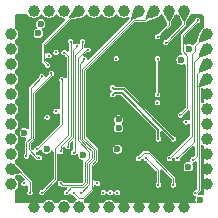
<source format=gbr>
%TF.GenerationSoftware,KiCad,Pcbnew,9.0.2*%
%TF.CreationDate,2025-06-01T13:38:18+02:00*%
%TF.ProjectId,FCB1010_controller,46434231-3031-4305-9f63-6f6e74726f6c,rev?*%
%TF.SameCoordinates,Original*%
%TF.FileFunction,Copper,L3,Inr*%
%TF.FilePolarity,Positive*%
%FSLAX46Y46*%
G04 Gerber Fmt 4.6, Leading zero omitted, Abs format (unit mm)*
G04 Created by KiCad (PCBNEW 9.0.2) date 2025-06-01 13:38:18*
%MOMM*%
%LPD*%
G01*
G04 APERTURE LIST*
%TA.AperFunction,CastellatedPad*%
%ADD10C,1.000000*%
%TD*%
%TA.AperFunction,ViaPad*%
%ADD11C,0.600000*%
%TD*%
%TA.AperFunction,ViaPad*%
%ADD12C,0.250000*%
%TD*%
%TA.AperFunction,Conductor*%
%ADD13C,0.100000*%
%TD*%
%TA.AperFunction,Conductor*%
%ADD14C,0.133604*%
%TD*%
G04 APERTURE END LIST*
D10*
%TO.N,unconnected-(BRD1A-NC-Pad1)*%
%TO.C,BRD1*%
X150000000Y-91700000D03*
%TO.N,Net-(BRD1C-P1.0)*%
X148730000Y-91700000D03*
%TO.N,ADC_DOUT*%
X147460000Y-91700000D03*
%TO.N,Net-(BRD1C-P1.2)*%
X146190000Y-91700000D03*
%TO.N,unconnected-(BRD1C-P1.3-Pad5)*%
X144920000Y-91700000D03*
%TO.N,unconnected-(BRD1C-P1.4-Pad6)*%
X143650000Y-91700000D03*
%TO.N,BTNS_1-5*%
X141700000Y-93650000D03*
%TO.N,BTNS_6-10*%
X141700000Y-94920000D03*
%TO.N,unconnected-(BRD1C-P1.7{slash}SCK-Pad9)*%
X141700000Y-96190000D03*
%TO.N,unconnected-(BRD1A-RST-Pad10)*%
X141700000Y-97460000D03*
%TO.N,MIDI_RX*%
X141700000Y-98730000D03*
%TO.N,unconnected-(BRD1A-NC-Pad12)*%
X141700000Y-100000000D03*
%TO.N,Net-(BRD1E-P3.1)*%
X141700000Y-101270000D03*
%TO.N,unconnected-(BRD1E-P3.2-Pad14)*%
X141700000Y-102540000D03*
%TO.N,unconnected-(BRD1E-P3.3-Pad15)*%
X141700000Y-103810000D03*
%TO.N,Net-(BRD1E-P3.4)*%
X141700000Y-105080000D03*
%TO.N,unconnected-(BRD1E-P3.5-Pad17)*%
X141700000Y-106350000D03*
%TO.N,GND*%
X143650000Y-108300000D03*
%TO.N,+5V*%
X144920000Y-108300000D03*
%TO.N,unconnected-(BRD1A-XTAL2-Pad20)*%
X146190000Y-108300000D03*
%TO.N,unconnected-(BRD1A-XTAL1-Pad21)*%
X147460000Y-108300000D03*
%TO.N,GND*%
X148730000Y-108300000D03*
%TO.N,unconnected-(BRD1A-NC-Pad23)*%
X150000000Y-108300000D03*
%TO.N,GND*%
X151270000Y-108300000D03*
X152540000Y-108300000D03*
X153810000Y-108300000D03*
X155080000Y-108300000D03*
X156350000Y-108300000D03*
X158300000Y-106350000D03*
X158300000Y-105080000D03*
X158300000Y-103810000D03*
%TO.N,+5V*%
X158300000Y-102540000D03*
%TO.N,Net-(BRD1A-ALE)*%
X158300000Y-101270000D03*
%TO.N,unconnected-(BRD1A-NC-Pad34)*%
X158300000Y-100000000D03*
%TO.N,GND*%
X158300000Y-98730000D03*
%TO.N,Net-(BRD1B-P0.7{slash}AD7)*%
X158300000Y-97460000D03*
%TO.N,Net-(BRD1B-P0.6{slash}AD6)*%
X158300000Y-96190000D03*
%TO.N,Net-(BRD1B-P0.5{slash}AD5)*%
X158300000Y-94920000D03*
%TO.N,Net-(BRD1B-P0.4{slash}AD4)*%
X158300000Y-93650000D03*
%TO.N,Net-(BRD1B-P0.3{slash}AD3)*%
X156350000Y-91700000D03*
%TO.N,Net-(BRD1B-P0.2{slash}AD2)*%
X155080000Y-91700000D03*
%TO.N,Net-(BRD1B-P0.1{slash}AD1)*%
X153810000Y-91700000D03*
%TO.N,Net-(BRD1B-P0.0{slash}AD0)*%
X152540000Y-91700000D03*
%TO.N,+5V*%
X151270000Y-91700000D03*
%TD*%
D11*
%TO.N,GND*%
X152200000Y-102500000D03*
D12*
X154800000Y-103300000D03*
D11*
X151500000Y-93900000D03*
X149000000Y-100500000D03*
X155715002Y-92337795D03*
D12*
X150300000Y-97600000D03*
D11*
X143000000Y-93600000D03*
X153100000Y-99400000D03*
X155500000Y-99600000D03*
D12*
X145100000Y-99200000D03*
D11*
X152900000Y-96780000D03*
X154800000Y-97300000D03*
D12*
X150300000Y-99400000D03*
D11*
X145250000Y-94450000D03*
D12*
X145100000Y-97800000D03*
D11*
X146800000Y-105500000D03*
X149900000Y-105500000D03*
X143700000Y-105500000D03*
D12*
X144100000Y-101300000D03*
%TO.N,Net-(BRD1E-P3.1)*%
X142800000Y-106300000D03*
%TO.N,Net-(BRD1E-P3.4)*%
X143300000Y-107090000D03*
%TO.N,Net-(BRD1B-P0.6{slash}AD6)*%
X157100000Y-104300000D03*
X150100000Y-107090000D03*
%TO.N,Net-(BRD1B-P0.1{slash}AD1)*%
X147000000Y-107090000D03*
%TO.N,Net-(BRD1B-P0.3{slash}AD3)*%
X148200000Y-95000000D03*
X154800000Y-94400000D03*
X145900000Y-106300000D03*
%TO.N,Net-(BRD1C-P1.0)*%
X156040350Y-100528964D03*
X157500000Y-92500000D03*
%TO.N,Net-(BRD1B-P0.0{slash}AD0)*%
X147600000Y-107090000D03*
%TO.N,BTNS_1-5*%
X145500000Y-95200000D03*
%TO.N,Net-(BRD1C-P1.2)*%
X146190000Y-95238389D03*
X144299999Y-107090000D03*
%TO.N,Net-(BRD1B-P0.2{slash}AD2)*%
X147900000Y-95800000D03*
X146400000Y-107090000D03*
X154100000Y-93900000D03*
%TO.N,Net-(BRD1B-P0.5{slash}AD5)*%
X155786211Y-104186211D03*
X149500000Y-107090000D03*
%TO.N,Net-(BRD1B-P0.4{slash}AD4)*%
X149000000Y-106300000D03*
X155100000Y-104200000D03*
%TO.N,Net-(BRD1B-P0.7{slash}AD7)*%
X157309794Y-107128917D03*
X150700000Y-107090000D03*
%TO.N,ADC_DOUT*%
X144800000Y-96300000D03*
D11*
%TO.N,VCC*%
X157700000Y-107700000D03*
X147800000Y-103900000D03*
X156100000Y-95852550D03*
X144700000Y-103400000D03*
X150800000Y-100900000D03*
X156750001Y-94900000D03*
X150700000Y-103400000D03*
X156700000Y-104900000D03*
X144200000Y-92800000D03*
X150800000Y-101600000D03*
X142820000Y-102020000D03*
X144000000Y-93600000D03*
D12*
%TO.N,/USB_DN*%
X150300000Y-98200000D03*
X155435000Y-102550000D03*
%TO.N,/USB_DP*%
X154165000Y-102550000D03*
X150300000Y-98800000D03*
%TO.N,/SWD_IO*%
X145500000Y-100200000D03*
X153149052Y-104200000D03*
X154165000Y-106450000D03*
%TO.N,/SWD_CLK*%
X144750000Y-100700000D03*
X152500000Y-104200000D03*
X155435000Y-106450000D03*
%TO.N,ADC_DIN*%
X145100000Y-97000000D03*
X144100000Y-104150000D03*
%TO.N,ADC_CS*%
X154080997Y-99481000D03*
X144900000Y-95500000D03*
%TO.N,MIDI_TX*%
X143000000Y-104000000D03*
X144300000Y-97250000D03*
%TO.N,Net-(U1D-PB0{slash}TIM3_CH3{slash}TIM1_CH2N{slash}TSC_G3_IO2{slash}EVENTOUT{slash}ADC_IN8)*%
X147000000Y-103700000D03*
X147750000Y-94300000D03*
%TO.N,Net-(U1D-PB2{slash}TSC_G3_IO4)*%
X146750000Y-94300000D03*
X145900000Y-103600000D03*
%TO.N,Net-(U1D-PB1{slash}TIM3_CH4{slash}TIM14_CH1{slash}TIM1_CH3N{slash}TSC_G3_IO3{slash}ADC_IN9)*%
X147250000Y-94700000D03*
X146500000Y-103200000D03*
%TO.N,ADC_CLK*%
X146000000Y-97500000D03*
X143900000Y-103400000D03*
%TO.N,Net-(BRD1A-ALE)*%
X156500000Y-101100000D03*
%TO.N,LATCH_EN*%
X154100000Y-98800000D03*
X154100000Y-95750000D03*
X150600000Y-95750000D03*
%TD*%
D13*
%TO.N,Net-(BRD1E-P3.4)*%
X142224882Y-105080000D02*
X141700000Y-105080000D01*
X143300000Y-106155118D02*
X142224882Y-105080000D01*
X143300000Y-107090000D02*
X143300000Y-106155118D01*
%TO.N,Net-(BRD1B-P0.6{slash}AD6)*%
X157100000Y-104300000D02*
X157400000Y-104000000D01*
X157400000Y-104000000D02*
X157400000Y-97090000D01*
X157400000Y-97090000D02*
X158300000Y-96190000D01*
%TO.N,Net-(BRD1B-P0.1{slash}AD1)*%
X153010000Y-92500000D02*
X153810000Y-91700000D01*
X147788882Y-107546000D02*
X148522000Y-106812882D01*
X148522000Y-104739290D02*
X148904000Y-104357290D01*
X147896000Y-102434710D02*
X147896000Y-96718996D01*
X148522000Y-106812882D02*
X148522000Y-104739290D01*
X147896000Y-96718996D02*
X152114996Y-92500000D01*
X147000000Y-107134882D02*
X147411118Y-107546000D01*
X148904000Y-103442709D02*
X147896000Y-102434710D01*
X147411118Y-107546000D02*
X147788882Y-107546000D01*
X148904000Y-104357290D02*
X148904000Y-103442709D01*
X152114996Y-92500000D02*
X153010000Y-92500000D01*
X147000000Y-107090000D02*
X147000000Y-107134882D01*
%TO.N,Net-(BRD1B-P0.3{slash}AD3)*%
X145900000Y-106300000D02*
X146043000Y-106443000D01*
X147323000Y-95677000D02*
X147323000Y-102672052D01*
X147949000Y-105900000D02*
X147949000Y-105800000D01*
X148331000Y-103680052D02*
X148331000Y-104119948D01*
X148331000Y-104119948D02*
X147949000Y-104501948D01*
X148200000Y-95000000D02*
X148000000Y-95000000D01*
X147323000Y-102672052D02*
X148331000Y-103680052D01*
X148000000Y-95000000D02*
X147323000Y-95677000D01*
X154800000Y-94400000D02*
X156350000Y-92850000D01*
X147949000Y-104501948D02*
X147949000Y-105900000D01*
X156350000Y-92850000D02*
X156350000Y-91700000D01*
X147706772Y-106443000D02*
X147949000Y-106200772D01*
X147949000Y-106200772D02*
X147949000Y-105900000D01*
X146043000Y-106443000D02*
X147706772Y-106443000D01*
%TO.N,Net-(BRD1C-P1.0)*%
X156631000Y-95531947D02*
X156219001Y-95119948D01*
X156631000Y-99938314D02*
X156631000Y-95531947D01*
X156040350Y-100528964D02*
X156631000Y-99938314D01*
X156219001Y-95119948D02*
X156219001Y-93780999D01*
X156219001Y-93780999D02*
X157500000Y-92500000D01*
%TO.N,Net-(BRD1B-P0.0{slash}AD0)*%
X148331000Y-106359000D02*
X148331000Y-104660176D01*
X148713000Y-103521824D02*
X147705000Y-102513824D01*
X147705000Y-96639882D02*
X152540000Y-91804882D01*
X147705000Y-102513824D02*
X147705000Y-96639882D01*
X152540000Y-91804882D02*
X152540000Y-91700000D01*
X147600000Y-107090000D02*
X148331000Y-106359000D01*
X148713000Y-104278176D02*
X148713000Y-103521824D01*
X148331000Y-104660176D02*
X148713000Y-104278176D01*
%TO.N,Net-(BRD1C-P1.2)*%
X146559000Y-95559000D02*
X146559000Y-102226004D01*
X146559000Y-102226004D02*
X145444000Y-103341004D01*
X146190000Y-95238389D02*
X146238389Y-95238389D01*
X145444000Y-105469733D02*
X145444000Y-105945999D01*
X146238389Y-95238389D02*
X146559000Y-95559000D01*
X145444000Y-105469733D02*
X145445256Y-105470989D01*
X145444000Y-103341004D02*
X145444000Y-105469733D01*
X145444000Y-105945999D02*
X144299999Y-107090000D01*
%TO.N,Net-(BRD1B-P0.2{slash}AD2)*%
X147785886Y-106634000D02*
X148140000Y-106279886D01*
X148140000Y-104581062D02*
X148522000Y-104199062D01*
X148140000Y-106279886D02*
X148140000Y-105400000D01*
X147600000Y-106634000D02*
X147785886Y-106634000D01*
X155080000Y-92920000D02*
X155080000Y-91700000D01*
X147514000Y-96186000D02*
X147900000Y-95800000D01*
X154100000Y-93900000D02*
X155080000Y-92920000D01*
X146811118Y-106634000D02*
X147600000Y-106634000D01*
X146400000Y-107045118D02*
X146811118Y-106634000D01*
X148160531Y-103239469D02*
X147514000Y-102592938D01*
X146400000Y-107090000D02*
X146400000Y-107045118D01*
X148140000Y-105400000D02*
X148140000Y-104581062D01*
X147514000Y-102592938D02*
X147514000Y-102100000D01*
X147514000Y-102100000D02*
X147514000Y-102000000D01*
X147514000Y-102100000D02*
X147514000Y-96186000D01*
X148522000Y-103600938D02*
X148160531Y-103239469D01*
X148522000Y-104199062D02*
X148522000Y-103600938D01*
%TO.N,Net-(BRD1B-P0.5{slash}AD5)*%
X155786211Y-104186211D02*
X157200000Y-102772422D01*
X157200000Y-102772422D02*
X157200000Y-96020000D01*
X157200000Y-96020000D02*
X158300000Y-94920000D01*
%TO.N,Net-(BRD1B-P0.4{slash}AD4)*%
X155113770Y-104200000D02*
X157009000Y-102304770D01*
X157009000Y-102304770D02*
X157009000Y-95391949D01*
X155100000Y-104200000D02*
X155113770Y-104200000D01*
X157009000Y-95391949D02*
X157281001Y-95119948D01*
X157281001Y-94668999D02*
X158300000Y-93650000D01*
X157281001Y-95119948D02*
X157281001Y-94668999D01*
%TO.N,Net-(BRD1B-P0.7{slash}AD7)*%
X157600000Y-106838711D02*
X157600000Y-98160000D01*
X157600000Y-98160000D02*
X158300000Y-97460000D01*
X157319588Y-107119123D02*
X157600000Y-106838711D01*
%TO.N,ADC_DOUT*%
X147249052Y-91700000D02*
X144444000Y-94505052D01*
X144444000Y-94505052D02*
X144444000Y-95944000D01*
X144444000Y-95944000D02*
X144800000Y-96300000D01*
X147460000Y-91700000D02*
X147249052Y-91700000D01*
D14*
%TO.N,/USB_DN*%
X150431598Y-98331598D02*
X150300000Y-98200000D01*
X151216598Y-98331598D02*
X150431598Y-98331598D01*
X155435000Y-102550000D02*
X151216598Y-98331598D01*
%TO.N,/USB_DP*%
X154165000Y-102550000D02*
X154165000Y-101756313D01*
X151077089Y-98668402D02*
X150431598Y-98668402D01*
X154165000Y-101756313D02*
X151077089Y-98668402D01*
X150431598Y-98668402D02*
X150300000Y-98800000D01*
D13*
%TO.N,/SWD_IO*%
X154165000Y-105215948D02*
X154165000Y-106450000D01*
X153149052Y-104200000D02*
X154165000Y-105215948D01*
%TO.N,/SWD_CLK*%
X152500000Y-104200000D02*
X152956000Y-103744000D01*
X153337934Y-103744000D02*
X155435000Y-105841066D01*
X152956000Y-103744000D02*
X153337934Y-103744000D01*
X155435000Y-105841066D02*
X155435000Y-106450000D01*
%TO.N,ADC_DIN*%
X143200000Y-102870114D02*
X143542000Y-102528114D01*
X145100000Y-97100000D02*
X145100000Y-97000000D01*
X143542000Y-98658000D02*
X145100000Y-97100000D01*
X143200000Y-103432882D02*
X143200000Y-102870114D01*
X143542000Y-102528114D02*
X143542000Y-98658000D01*
X144100000Y-104150000D02*
X143917118Y-104150000D01*
X143917118Y-104150000D02*
X143200000Y-103432882D01*
%TO.N,MIDI_TX*%
X143351000Y-98199000D02*
X143351000Y-102449000D01*
X143000000Y-102800000D02*
X143000000Y-104000000D01*
X144300000Y-97250000D02*
X143351000Y-98199000D01*
X143351000Y-102449000D02*
X143000000Y-102800000D01*
%TO.N,Net-(U1D-PB0{slash}TIM3_CH3{slash}TIM1_CH2N{slash}TSC_G3_IO2{slash}EVENTOUT{slash}ADC_IN8)*%
X147706000Y-94344000D02*
X147750000Y-94300000D01*
X147706000Y-94888882D02*
X147706000Y-94344000D01*
X147000000Y-103700000D02*
X147132000Y-103568000D01*
X147132000Y-103568000D02*
X147132000Y-95462882D01*
X147132000Y-95462882D02*
X147706000Y-94888882D01*
%TO.N,Net-(U1D-PB2{slash}TSC_G3_IO4)*%
X145900000Y-103600000D02*
X145900000Y-103155118D01*
X145900000Y-103155118D02*
X146750000Y-102305118D01*
X146750000Y-102305118D02*
X146750000Y-94300000D01*
%TO.N,Net-(U1D-PB1{slash}TIM3_CH4{slash}TIM14_CH1{slash}TIM1_CH3N{slash}TSC_G3_IO3{slash}ADC_IN9)*%
X146500000Y-102825232D02*
X146941000Y-102384232D01*
X146941000Y-102384232D02*
X146941000Y-95009000D01*
X146941000Y-95009000D02*
X147250000Y-94700000D01*
X146500000Y-103200000D02*
X146500000Y-102825232D01*
%TO.N,ADC_CLK*%
X146000000Y-101300000D02*
X143900000Y-103400000D01*
X146000000Y-97500000D02*
X146000000Y-101300000D01*
%TO.N,LATCH_EN*%
X154100000Y-98800000D02*
X154100000Y-95750000D01*
%TD*%
%TA.AperFunction,Conductor*%
%TO.N,GND*%
G36*
X143069732Y-92003382D02*
G01*
X143081681Y-92002241D01*
X143102635Y-92013043D01*
X143125254Y-92019685D01*
X143134665Y-92029555D01*
X143143784Y-92034256D01*
X143165602Y-92061999D01*
X143168708Y-92067380D01*
X143169480Y-92068716D01*
X143281284Y-92180520D01*
X143281286Y-92180521D01*
X143281290Y-92180524D01*
X143418209Y-92259573D01*
X143418216Y-92259577D01*
X143570943Y-92300500D01*
X143570945Y-92300500D01*
X143729054Y-92300500D01*
X143729057Y-92300500D01*
X143881784Y-92259577D01*
X144018716Y-92180520D01*
X144130520Y-92068716D01*
X144134398Y-92061998D01*
X144143085Y-92053715D01*
X144148072Y-92042797D01*
X144167904Y-92030051D01*
X144184966Y-92013784D01*
X144198221Y-92010568D01*
X144206850Y-92005023D01*
X144241785Y-92000000D01*
X144328215Y-92000000D01*
X144395254Y-92019685D01*
X144435602Y-92061999D01*
X144438708Y-92067380D01*
X144439480Y-92068716D01*
X144551284Y-92180520D01*
X144551286Y-92180521D01*
X144551290Y-92180524D01*
X144688209Y-92259573D01*
X144688216Y-92259577D01*
X144840943Y-92300500D01*
X144840945Y-92300500D01*
X144999055Y-92300500D01*
X144999057Y-92300500D01*
X145151784Y-92259577D01*
X145288716Y-92180520D01*
X145400520Y-92068716D01*
X145404398Y-92061998D01*
X145413085Y-92053715D01*
X145418072Y-92042797D01*
X145437904Y-92030051D01*
X145454966Y-92013784D01*
X145468221Y-92010568D01*
X145476850Y-92005023D01*
X145511785Y-92000000D01*
X145598215Y-92000000D01*
X145665254Y-92019685D01*
X145705602Y-92061999D01*
X145708708Y-92067380D01*
X145709480Y-92068716D01*
X145821284Y-92180520D01*
X145821286Y-92180521D01*
X145821290Y-92180524D01*
X145958209Y-92259573D01*
X145958216Y-92259577D01*
X146110943Y-92300500D01*
X146110945Y-92300500D01*
X146136350Y-92300500D01*
X146203389Y-92320185D01*
X146249144Y-92372989D01*
X146259088Y-92442147D01*
X146230063Y-92505703D01*
X146224031Y-92512181D01*
X144316414Y-94419796D01*
X144316410Y-94419803D01*
X144308262Y-94439476D01*
X144308261Y-94439479D01*
X144308261Y-94439480D01*
X144300880Y-94457298D01*
X144293500Y-94475115D01*
X144293500Y-95973936D01*
X144300181Y-95990065D01*
X144300183Y-95990071D01*
X144316410Y-96029250D01*
X144316411Y-96029251D01*
X144316412Y-96029252D01*
X144538182Y-96251021D01*
X144571666Y-96312342D01*
X144574500Y-96338701D01*
X144574500Y-96344853D01*
X144574501Y-96344858D01*
X144608827Y-96427733D01*
X144672266Y-96491172D01*
X144736365Y-96517721D01*
X144755145Y-96525500D01*
X144755147Y-96525500D01*
X144844853Y-96525500D01*
X144844855Y-96525500D01*
X144887329Y-96507907D01*
X144927733Y-96491172D01*
X144927734Y-96491170D01*
X144927736Y-96491170D01*
X144991170Y-96427736D01*
X144991170Y-96427734D01*
X144991172Y-96427733D01*
X145008972Y-96384757D01*
X145025500Y-96344855D01*
X145025500Y-96255145D01*
X145013327Y-96225756D01*
X144991172Y-96172266D01*
X144927733Y-96108827D01*
X144844858Y-96074501D01*
X144844856Y-96074500D01*
X144844855Y-96074500D01*
X144844853Y-96074500D01*
X144838701Y-96074500D01*
X144809260Y-96065855D01*
X144779274Y-96059332D01*
X144774258Y-96055577D01*
X144771662Y-96054815D01*
X144751025Y-96038185D01*
X144630817Y-95917977D01*
X144597334Y-95856656D01*
X144594500Y-95830298D01*
X144594500Y-95803117D01*
X144614185Y-95736078D01*
X144666989Y-95690323D01*
X144736147Y-95680379D01*
X144765952Y-95688556D01*
X144805993Y-95705141D01*
X144855145Y-95725500D01*
X144855147Y-95725500D01*
X144944853Y-95725500D01*
X144944855Y-95725500D01*
X144994007Y-95705141D01*
X145027733Y-95691172D01*
X145027734Y-95691170D01*
X145027736Y-95691170D01*
X145091170Y-95627736D01*
X145091170Y-95627734D01*
X145091172Y-95627733D01*
X145119711Y-95558830D01*
X145125500Y-95544855D01*
X145125500Y-95455145D01*
X145091170Y-95372264D01*
X145027736Y-95308830D01*
X145027733Y-95308827D01*
X144944858Y-95274501D01*
X144944856Y-95274500D01*
X144944855Y-95274500D01*
X144855145Y-95274500D01*
X144855143Y-95274500D01*
X144765951Y-95311444D01*
X144696482Y-95318912D01*
X144634003Y-95287636D01*
X144598351Y-95227546D01*
X144594500Y-95196882D01*
X144594500Y-95155144D01*
X145274500Y-95155144D01*
X145274500Y-95155145D01*
X145274500Y-95244855D01*
X145308830Y-95327736D01*
X145350418Y-95369324D01*
X145372266Y-95391172D01*
X145436365Y-95417721D01*
X145455145Y-95425500D01*
X145455147Y-95425500D01*
X145544853Y-95425500D01*
X145544855Y-95425500D01*
X145595810Y-95404394D01*
X145627733Y-95391172D01*
X145627734Y-95391170D01*
X145627736Y-95391170D01*
X145691170Y-95327736D01*
X145725500Y-95244855D01*
X145725500Y-95155145D01*
X145724346Y-95152359D01*
X145691172Y-95072266D01*
X145627733Y-95008827D01*
X145544858Y-94974501D01*
X145544856Y-94974500D01*
X145544855Y-94974500D01*
X145455145Y-94974500D01*
X145455143Y-94974500D01*
X145455141Y-94974501D01*
X145372266Y-95008827D01*
X145308827Y-95072266D01*
X145274501Y-95155141D01*
X145274500Y-95155144D01*
X144594500Y-95155144D01*
X144594500Y-94618752D01*
X144614185Y-94551713D01*
X144630814Y-94531076D01*
X146717207Y-92444682D01*
X146778528Y-92411199D01*
X146786932Y-92409671D01*
X147533696Y-92300500D01*
X147539057Y-92300500D01*
X147545493Y-92298775D01*
X147560640Y-92296561D01*
X147563225Y-92296151D01*
X147563796Y-92296053D01*
X147573842Y-92292054D01*
X147587592Y-92287494D01*
X147623620Y-92277841D01*
X147691782Y-92259578D01*
X147691786Y-92259576D01*
X147828709Y-92180524D01*
X147828708Y-92180524D01*
X147828716Y-92180520D01*
X147940520Y-92068716D01*
X147944398Y-92061998D01*
X147953085Y-92053715D01*
X147958072Y-92042797D01*
X147977904Y-92030051D01*
X147994966Y-92013784D01*
X148008221Y-92010568D01*
X148016850Y-92005023D01*
X148051785Y-92000000D01*
X148138215Y-92000000D01*
X148205254Y-92019685D01*
X148245602Y-92061999D01*
X148248708Y-92067380D01*
X148249480Y-92068716D01*
X148361284Y-92180520D01*
X148361286Y-92180521D01*
X148361290Y-92180524D01*
X148498209Y-92259573D01*
X148498216Y-92259577D01*
X148650943Y-92300500D01*
X148650945Y-92300500D01*
X148809055Y-92300500D01*
X148809057Y-92300500D01*
X148961784Y-92259577D01*
X149098716Y-92180520D01*
X149210520Y-92068716D01*
X149214398Y-92061998D01*
X149223085Y-92053715D01*
X149228072Y-92042797D01*
X149247904Y-92030051D01*
X149264966Y-92013784D01*
X149278221Y-92010568D01*
X149286850Y-92005023D01*
X149321785Y-92000000D01*
X149408215Y-92000000D01*
X149475254Y-92019685D01*
X149515602Y-92061999D01*
X149518708Y-92067380D01*
X149519480Y-92068716D01*
X149631284Y-92180520D01*
X149631286Y-92180521D01*
X149631290Y-92180524D01*
X149768209Y-92259573D01*
X149768216Y-92259577D01*
X149920943Y-92300500D01*
X149920945Y-92300500D01*
X150079055Y-92300500D01*
X150079057Y-92300500D01*
X150231784Y-92259577D01*
X150368716Y-92180520D01*
X150480520Y-92068716D01*
X150484398Y-92061998D01*
X150493085Y-92053715D01*
X150498072Y-92042797D01*
X150517904Y-92030051D01*
X150534966Y-92013784D01*
X150548221Y-92010568D01*
X150556850Y-92005023D01*
X150591785Y-92000000D01*
X150678215Y-92000000D01*
X150745254Y-92019685D01*
X150785602Y-92061999D01*
X150788708Y-92067380D01*
X150789480Y-92068716D01*
X150901284Y-92180520D01*
X150901286Y-92180521D01*
X150901290Y-92180524D01*
X151038209Y-92259573D01*
X151038216Y-92259577D01*
X151190943Y-92300500D01*
X151190945Y-92300500D01*
X151349055Y-92300500D01*
X151349057Y-92300500D01*
X151501784Y-92259577D01*
X151563139Y-92224153D01*
X151631038Y-92207681D01*
X151697065Y-92230533D01*
X151740255Y-92285454D01*
X151746897Y-92355008D01*
X151714881Y-92417111D01*
X151712819Y-92419222D01*
X148330356Y-95801685D01*
X148269033Y-95835170D01*
X148199341Y-95830186D01*
X148143408Y-95788314D01*
X148128113Y-95761455D01*
X148125500Y-95755146D01*
X148125500Y-95755145D01*
X148091170Y-95672264D01*
X148027736Y-95608830D01*
X148027733Y-95608827D01*
X147944858Y-95574501D01*
X147944856Y-95574500D01*
X147944855Y-95574500D01*
X147937700Y-95574500D01*
X147916454Y-95568261D01*
X147894367Y-95566682D01*
X147883583Y-95558609D01*
X147870661Y-95554815D01*
X147856162Y-95538083D01*
X147838433Y-95524811D01*
X147833725Y-95512188D01*
X147824906Y-95502011D01*
X147821754Y-95480095D01*
X147814016Y-95459347D01*
X147816879Y-95446185D01*
X147814962Y-95432853D01*
X147824161Y-95412708D01*
X147828868Y-95391074D01*
X147842137Y-95373346D01*
X147843987Y-95369297D01*
X147849999Y-95362838D01*
X147977903Y-95234934D01*
X148039222Y-95201452D01*
X148108914Y-95206436D01*
X148113020Y-95208051D01*
X148155145Y-95225500D01*
X148155147Y-95225500D01*
X148244853Y-95225500D01*
X148244855Y-95225500D01*
X148293867Y-95205199D01*
X148327733Y-95191172D01*
X148327734Y-95191170D01*
X148327736Y-95191170D01*
X148391170Y-95127736D01*
X148391170Y-95127734D01*
X148391172Y-95127733D01*
X148408335Y-95086295D01*
X148425500Y-95044855D01*
X148425500Y-94955145D01*
X148410453Y-94918818D01*
X148391172Y-94872266D01*
X148327733Y-94808827D01*
X148244858Y-94774501D01*
X148244856Y-94774500D01*
X148244855Y-94774500D01*
X148155145Y-94774500D01*
X148155143Y-94774500D01*
X148155141Y-94774501D01*
X148072266Y-94808827D01*
X148072264Y-94808829D01*
X148068181Y-94812913D01*
X148048744Y-94823525D01*
X148032011Y-94838026D01*
X148018679Y-94839942D01*
X148006858Y-94846398D01*
X147984771Y-94844818D01*
X147962853Y-94847970D01*
X147950601Y-94842374D01*
X147937166Y-94841414D01*
X147919439Y-94828143D01*
X147899297Y-94818945D01*
X147892014Y-94807613D01*
X147881233Y-94799542D01*
X147873495Y-94778796D01*
X147861523Y-94760167D01*
X147858371Y-94738248D01*
X147856816Y-94734078D01*
X147856500Y-94725232D01*
X147856500Y-94563768D01*
X147876185Y-94496729D01*
X147892819Y-94476087D01*
X147900500Y-94468406D01*
X147941170Y-94427736D01*
X147941170Y-94427734D01*
X147941172Y-94427733D01*
X147967922Y-94363150D01*
X147975500Y-94344855D01*
X147975500Y-94255145D01*
X147967721Y-94236365D01*
X147941172Y-94172266D01*
X147877733Y-94108827D01*
X147794858Y-94074501D01*
X147794856Y-94074500D01*
X147794855Y-94074500D01*
X147705145Y-94074500D01*
X147705143Y-94074500D01*
X147705141Y-94074501D01*
X147622266Y-94108827D01*
X147558827Y-94172266D01*
X147524501Y-94255141D01*
X147524500Y-94255146D01*
X147524500Y-94344853D01*
X147526883Y-94356834D01*
X147524232Y-94357361D01*
X147529788Y-94409077D01*
X147498507Y-94471553D01*
X147438415Y-94507200D01*
X147368590Y-94504700D01*
X147360309Y-94501611D01*
X147294856Y-94474500D01*
X147294855Y-94474500D01*
X147205145Y-94474500D01*
X147205143Y-94474500D01*
X147139690Y-94501611D01*
X147070220Y-94509078D01*
X147007742Y-94477803D01*
X146972090Y-94417713D01*
X146974257Y-94357060D01*
X146973117Y-94356834D01*
X146974516Y-94349796D01*
X146974585Y-94347888D01*
X146975252Y-94346099D01*
X146975500Y-94344853D01*
X146975500Y-94255146D01*
X146975498Y-94255141D01*
X146941172Y-94172266D01*
X146877733Y-94108827D01*
X146794858Y-94074501D01*
X146794856Y-94074500D01*
X146794855Y-94074500D01*
X146705145Y-94074500D01*
X146705143Y-94074500D01*
X146705141Y-94074501D01*
X146622266Y-94108827D01*
X146558827Y-94172266D01*
X146524501Y-94255141D01*
X146524500Y-94255146D01*
X146524500Y-94344853D01*
X146524501Y-94344858D01*
X146558827Y-94427733D01*
X146563181Y-94432087D01*
X146596666Y-94493410D01*
X146599500Y-94519768D01*
X146599500Y-95029621D01*
X146579815Y-95096660D01*
X146527011Y-95142415D01*
X146457853Y-95152359D01*
X146394297Y-95123334D01*
X146387819Y-95117302D01*
X146317733Y-95047216D01*
X146234858Y-95012890D01*
X146234856Y-95012889D01*
X146234855Y-95012889D01*
X146145145Y-95012889D01*
X146145143Y-95012889D01*
X146145141Y-95012890D01*
X146062266Y-95047216D01*
X145998827Y-95110655D01*
X145971970Y-95175495D01*
X145971969Y-95175500D01*
X145964500Y-95193534D01*
X145964500Y-95283244D01*
X145965144Y-95284798D01*
X145965144Y-95284800D01*
X145998827Y-95366122D01*
X146062266Y-95429561D01*
X146121966Y-95454288D01*
X146145145Y-95463889D01*
X146145147Y-95463889D01*
X146199688Y-95463889D01*
X146229128Y-95472533D01*
X146259115Y-95479057D01*
X146264130Y-95482811D01*
X146266727Y-95483574D01*
X146287369Y-95500208D01*
X146372181Y-95585020D01*
X146405666Y-95646343D01*
X146408500Y-95672701D01*
X146408500Y-97290232D01*
X146388815Y-97357271D01*
X146336011Y-97403026D01*
X146266853Y-97412970D01*
X146203297Y-97383945D01*
X146196819Y-97377913D01*
X146127733Y-97308827D01*
X146044858Y-97274501D01*
X146044856Y-97274500D01*
X146044855Y-97274500D01*
X145955145Y-97274500D01*
X145955143Y-97274500D01*
X145955141Y-97274501D01*
X145872266Y-97308827D01*
X145808827Y-97372266D01*
X145774501Y-97455141D01*
X145774500Y-97455146D01*
X145774500Y-97544853D01*
X145774501Y-97544858D01*
X145808827Y-97627733D01*
X145813181Y-97632087D01*
X145846666Y-97693410D01*
X145849500Y-97719768D01*
X145849500Y-99931232D01*
X145829815Y-99998271D01*
X145777011Y-100044026D01*
X145707853Y-100053970D01*
X145644297Y-100024945D01*
X145637819Y-100018913D01*
X145627733Y-100008827D01*
X145544858Y-99974501D01*
X145544856Y-99974500D01*
X145544855Y-99974500D01*
X145455145Y-99974500D01*
X145455143Y-99974500D01*
X145455141Y-99974501D01*
X145372266Y-100008827D01*
X145308827Y-100072266D01*
X145274501Y-100155141D01*
X145274500Y-100155146D01*
X145274500Y-100244853D01*
X145274501Y-100244858D01*
X145308827Y-100327733D01*
X145372266Y-100391172D01*
X145436365Y-100417721D01*
X145455145Y-100425500D01*
X145455147Y-100425500D01*
X145544853Y-100425500D01*
X145544855Y-100425500D01*
X145603454Y-100401228D01*
X145627733Y-100391172D01*
X145627734Y-100391170D01*
X145627736Y-100391170D01*
X145637819Y-100381087D01*
X145699142Y-100347602D01*
X145768834Y-100352586D01*
X145824767Y-100394458D01*
X145849184Y-100459922D01*
X145849500Y-100468768D01*
X145849500Y-101186298D01*
X145829815Y-101253337D01*
X145813181Y-101273979D01*
X143948979Y-103138181D01*
X143887656Y-103171666D01*
X143861298Y-103174500D01*
X143855145Y-103174500D01*
X143855143Y-103174500D01*
X143855141Y-103174501D01*
X143772266Y-103208827D01*
X143708827Y-103272266D01*
X143674501Y-103355141D01*
X143674500Y-103355146D01*
X143674500Y-103395180D01*
X143668261Y-103416425D01*
X143666682Y-103438514D01*
X143658609Y-103449297D01*
X143654815Y-103462219D01*
X143638081Y-103476718D01*
X143624810Y-103494447D01*
X143612189Y-103499154D01*
X143602011Y-103507974D01*
X143580093Y-103511125D01*
X143559346Y-103518864D01*
X143546185Y-103516001D01*
X143532853Y-103517918D01*
X143512709Y-103508718D01*
X143491073Y-103504012D01*
X143473347Y-103490743D01*
X143469297Y-103488893D01*
X143462819Y-103482861D01*
X143386819Y-103406861D01*
X143353334Y-103345538D01*
X143350500Y-103319180D01*
X143350500Y-102983815D01*
X143370185Y-102916776D01*
X143386819Y-102896134D01*
X143523217Y-102759736D01*
X143669587Y-102613366D01*
X143678599Y-102591610D01*
X143680592Y-102586799D01*
X143684562Y-102577214D01*
X143692500Y-102558050D01*
X143692500Y-100655146D01*
X144524500Y-100655146D01*
X144524500Y-100744853D01*
X144524501Y-100744858D01*
X144558827Y-100827733D01*
X144622266Y-100891172D01*
X144686365Y-100917721D01*
X144705145Y-100925500D01*
X144705147Y-100925500D01*
X144794853Y-100925500D01*
X144794855Y-100925500D01*
X144838864Y-100907271D01*
X144877733Y-100891172D01*
X144877734Y-100891170D01*
X144877736Y-100891170D01*
X144941170Y-100827736D01*
X144941170Y-100827734D01*
X144941172Y-100827733D01*
X144964286Y-100771928D01*
X144975500Y-100744855D01*
X144975500Y-100655145D01*
X144952866Y-100600500D01*
X144941172Y-100572266D01*
X144877733Y-100508827D01*
X144794858Y-100474501D01*
X144794856Y-100474500D01*
X144794855Y-100474500D01*
X144705145Y-100474500D01*
X144705143Y-100474500D01*
X144705141Y-100474501D01*
X144622266Y-100508827D01*
X144558827Y-100572266D01*
X144524501Y-100655141D01*
X144524500Y-100655146D01*
X143692500Y-100655146D01*
X143692500Y-98771700D01*
X143712185Y-98704661D01*
X143728814Y-98684024D01*
X145200819Y-97212018D01*
X145219615Y-97196595D01*
X145227729Y-97191172D01*
X145227736Y-97191170D01*
X145291170Y-97127736D01*
X145325500Y-97044855D01*
X145325500Y-96955145D01*
X145307537Y-96911778D01*
X145291172Y-96872266D01*
X145227733Y-96808827D01*
X145144858Y-96774501D01*
X145144856Y-96774500D01*
X145144855Y-96774500D01*
X145055145Y-96774500D01*
X145055143Y-96774500D01*
X145055141Y-96774501D01*
X144972266Y-96808827D01*
X144908827Y-96872266D01*
X144874501Y-96955141D01*
X144874500Y-96955146D01*
X144874500Y-97050717D01*
X144874885Y-97051750D01*
X144874500Y-97053519D01*
X144874500Y-97057067D01*
X144873728Y-97057067D01*
X144869038Y-97078626D01*
X144866579Y-97106027D01*
X144861338Y-97114020D01*
X144860033Y-97120023D01*
X144838882Y-97148277D01*
X144731855Y-97255304D01*
X144670532Y-97288789D01*
X144600840Y-97283805D01*
X144544907Y-97241933D01*
X144529612Y-97215074D01*
X144525500Y-97205146D01*
X144525500Y-97205145D01*
X144491170Y-97122264D01*
X144427736Y-97058830D01*
X144427733Y-97058827D01*
X144344858Y-97024501D01*
X144344856Y-97024500D01*
X144344855Y-97024500D01*
X144255145Y-97024500D01*
X144255143Y-97024500D01*
X144255141Y-97024501D01*
X144172266Y-97058827D01*
X144108827Y-97122266D01*
X144074501Y-97205141D01*
X144074500Y-97205146D01*
X144074500Y-97211297D01*
X144054815Y-97278336D01*
X144038181Y-97298978D01*
X143223414Y-98113744D01*
X143223412Y-98113746D01*
X143215763Y-98132217D01*
X143215761Y-98132222D01*
X143200500Y-98169063D01*
X143200500Y-101562449D01*
X143180815Y-101629488D01*
X143128011Y-101675243D01*
X143058853Y-101685187D01*
X143014501Y-101669837D01*
X142974587Y-101646793D01*
X142872727Y-101619500D01*
X142767273Y-101619500D01*
X142665413Y-101646793D01*
X142665410Y-101646794D01*
X142574085Y-101699521D01*
X142499521Y-101774085D01*
X142446794Y-101865410D01*
X142446793Y-101865413D01*
X142419500Y-101967273D01*
X142419500Y-102072727D01*
X142431966Y-102119254D01*
X142430304Y-102189102D01*
X142413425Y-102214040D01*
X142448358Y-102219915D01*
X142493105Y-102260593D01*
X142494574Y-102259467D01*
X142499519Y-102265912D01*
X142499520Y-102265913D01*
X142574087Y-102340480D01*
X142665413Y-102393207D01*
X142767273Y-102420500D01*
X142767275Y-102420500D01*
X142867297Y-102420500D01*
X142882143Y-102424859D01*
X142897604Y-102424261D01*
X142914983Y-102434502D01*
X142934336Y-102440185D01*
X142944466Y-102451876D01*
X142957799Y-102459733D01*
X142966882Y-102477746D01*
X142980091Y-102492989D01*
X142982293Y-102508303D01*
X142989260Y-102522119D01*
X142987163Y-102542179D01*
X142990035Y-102562147D01*
X142983503Y-102577214D01*
X142981999Y-102591610D01*
X142968431Y-102611980D01*
X142964081Y-102622017D01*
X142959807Y-102627352D01*
X142872412Y-102714748D01*
X142860529Y-102743438D01*
X142853780Y-102759730D01*
X142853776Y-102759736D01*
X142849501Y-102770059D01*
X142849500Y-102770065D01*
X142849500Y-103780232D01*
X142829815Y-103847271D01*
X142813181Y-103867913D01*
X142808829Y-103872264D01*
X142808827Y-103872266D01*
X142774501Y-103955141D01*
X142774500Y-103955146D01*
X142774500Y-104044853D01*
X142774501Y-104044858D01*
X142808827Y-104127733D01*
X142872266Y-104191172D01*
X142924146Y-104212660D01*
X142955145Y-104225500D01*
X142955147Y-104225500D01*
X143044853Y-104225500D01*
X143044855Y-104225500D01*
X143086295Y-104208335D01*
X143127733Y-104191172D01*
X143127734Y-104191170D01*
X143127736Y-104191170D01*
X143191170Y-104127736D01*
X143191170Y-104127734D01*
X143191172Y-104127733D01*
X143214147Y-104072264D01*
X143225500Y-104044855D01*
X143225500Y-103970584D01*
X143245185Y-103903545D01*
X143297989Y-103857790D01*
X143367147Y-103847846D01*
X143430703Y-103876871D01*
X143437181Y-103882903D01*
X143831864Y-104277587D01*
X143831865Y-104277587D01*
X143831866Y-104277588D01*
X143863089Y-104290520D01*
X143887182Y-104300500D01*
X143898469Y-104300500D01*
X143915932Y-104305750D01*
X143930541Y-104315272D01*
X143947271Y-104320185D01*
X143967913Y-104336819D01*
X143972266Y-104341172D01*
X144036365Y-104367721D01*
X144055145Y-104375500D01*
X144055147Y-104375500D01*
X144144853Y-104375500D01*
X144144855Y-104375500D01*
X144186295Y-104358335D01*
X144227733Y-104341172D01*
X144227734Y-104341170D01*
X144227736Y-104341170D01*
X144291170Y-104277736D01*
X144291170Y-104277734D01*
X144291172Y-104277733D01*
X144311788Y-104227958D01*
X144325500Y-104194855D01*
X144325500Y-104105145D01*
X144312807Y-104074500D01*
X144291172Y-104022266D01*
X144227733Y-103958827D01*
X144144858Y-103924501D01*
X144144856Y-103924500D01*
X144144855Y-103924500D01*
X144055145Y-103924500D01*
X144025138Y-103936929D01*
X144005260Y-103939065D01*
X143986533Y-103946051D01*
X143971236Y-103942723D01*
X143955669Y-103944397D01*
X143937791Y-103935447D01*
X143918260Y-103931199D01*
X143895969Y-103914512D01*
X143893190Y-103913121D01*
X143890006Y-103910048D01*
X143817139Y-103837181D01*
X143783654Y-103775858D01*
X143788638Y-103706166D01*
X143830510Y-103650233D01*
X143895974Y-103625816D01*
X143904820Y-103625500D01*
X143944853Y-103625500D01*
X143944855Y-103625500D01*
X143999200Y-103602990D01*
X144027733Y-103591172D01*
X144027734Y-103591170D01*
X144027736Y-103591170D01*
X144091170Y-103527736D01*
X144091171Y-103527733D01*
X144097958Y-103517578D01*
X144099536Y-103518632D01*
X144133919Y-103475963D01*
X144200212Y-103453895D01*
X144267912Y-103471172D01*
X144315525Y-103522307D01*
X144324417Y-103545721D01*
X144326791Y-103554582D01*
X144326792Y-103554586D01*
X144326793Y-103554587D01*
X144379520Y-103645913D01*
X144454087Y-103720480D01*
X144545413Y-103773207D01*
X144647273Y-103800500D01*
X144647275Y-103800500D01*
X144752725Y-103800500D01*
X144752727Y-103800500D01*
X144854587Y-103773207D01*
X144945913Y-103720480D01*
X145020480Y-103645913D01*
X145062113Y-103573801D01*
X145112680Y-103525586D01*
X145181287Y-103512364D01*
X145246152Y-103538332D01*
X145286680Y-103595246D01*
X145293500Y-103635802D01*
X145293500Y-105832297D01*
X145273815Y-105899336D01*
X145257181Y-105919978D01*
X144348978Y-106828181D01*
X144287655Y-106861666D01*
X144261297Y-106864500D01*
X144255144Y-106864500D01*
X144255142Y-106864500D01*
X144255140Y-106864501D01*
X144172265Y-106898827D01*
X144108826Y-106962266D01*
X144074500Y-107045141D01*
X144074499Y-107045146D01*
X144074499Y-107134853D01*
X144074500Y-107134858D01*
X144108826Y-107217733D01*
X144172265Y-107281172D01*
X144236364Y-107307721D01*
X144255144Y-107315500D01*
X144255146Y-107315500D01*
X144344852Y-107315500D01*
X144344854Y-107315500D01*
X144389641Y-107296949D01*
X144427732Y-107281172D01*
X144427733Y-107281170D01*
X144427735Y-107281170D01*
X144491169Y-107217736D01*
X144491169Y-107217734D01*
X144491171Y-107217733D01*
X144508334Y-107176295D01*
X144525499Y-107134855D01*
X144525499Y-107128701D01*
X144545184Y-107061662D01*
X144561818Y-107041020D01*
X145013159Y-106589679D01*
X145466603Y-106136234D01*
X145527924Y-106102751D01*
X145597615Y-106107735D01*
X145653549Y-106149607D01*
X145677966Y-106215071D01*
X145675900Y-106248106D01*
X145674500Y-106255144D01*
X145674500Y-106344853D01*
X145674501Y-106344858D01*
X145708827Y-106427733D01*
X145772266Y-106491172D01*
X145836365Y-106517721D01*
X145855145Y-106525500D01*
X145861299Y-106525500D01*
X145928338Y-106545185D01*
X145948980Y-106561819D01*
X145957751Y-106570590D01*
X146000529Y-106588308D01*
X146013064Y-106593500D01*
X146339416Y-106593500D01*
X146360662Y-106599738D01*
X146382751Y-106601319D01*
X146393533Y-106609390D01*
X146406455Y-106613185D01*
X146420955Y-106629918D01*
X146438684Y-106643191D01*
X146443390Y-106655811D01*
X146452210Y-106665989D01*
X146455361Y-106687907D01*
X146463100Y-106708656D01*
X146460237Y-106721815D01*
X146462154Y-106735147D01*
X146452954Y-106755291D01*
X146448247Y-106776929D01*
X146434978Y-106794653D01*
X146433129Y-106798703D01*
X146427106Y-106805171D01*
X146404097Y-106828181D01*
X146394151Y-106838127D01*
X146353923Y-106865005D01*
X146272267Y-106898827D01*
X146272264Y-106898829D01*
X146208827Y-106962266D01*
X146174501Y-107045141D01*
X146174500Y-107045146D01*
X146174500Y-107134853D01*
X146174501Y-107134858D01*
X146208827Y-107217733D01*
X146272266Y-107281172D01*
X146336365Y-107307721D01*
X146355145Y-107315500D01*
X146355147Y-107315500D01*
X146444853Y-107315500D01*
X146444855Y-107315500D01*
X146489642Y-107296949D01*
X146527733Y-107281172D01*
X146527734Y-107281170D01*
X146527736Y-107281170D01*
X146591170Y-107217736D01*
X146591170Y-107217734D01*
X146591172Y-107217733D01*
X146596900Y-107209162D01*
X146650513Y-107164358D01*
X146719838Y-107155652D01*
X146782865Y-107185808D01*
X146803100Y-107209162D01*
X146808827Y-107217733D01*
X146808830Y-107217736D01*
X146872264Y-107281170D01*
X146953923Y-107314994D01*
X146994152Y-107341874D01*
X147218226Y-107565948D01*
X147251711Y-107627271D01*
X147246727Y-107696963D01*
X147204855Y-107752896D01*
X147192545Y-107761016D01*
X147091287Y-107819477D01*
X147091282Y-107819481D01*
X146979479Y-107931284D01*
X146975602Y-107938001D01*
X146966914Y-107946284D01*
X146961928Y-107957203D01*
X146942095Y-107969948D01*
X146925034Y-107986216D01*
X146911778Y-107989431D01*
X146903150Y-107994977D01*
X146868215Y-108000000D01*
X146781785Y-108000000D01*
X146714746Y-107980315D01*
X146674398Y-107938001D01*
X146670520Y-107931284D01*
X146558717Y-107819481D01*
X146558709Y-107819475D01*
X146421790Y-107740426D01*
X146421786Y-107740424D01*
X146421784Y-107740423D01*
X146269057Y-107699500D01*
X146110943Y-107699500D01*
X145958216Y-107740423D01*
X145958209Y-107740426D01*
X145821290Y-107819475D01*
X145821282Y-107819481D01*
X145709479Y-107931284D01*
X145705602Y-107938001D01*
X145696914Y-107946284D01*
X145691928Y-107957203D01*
X145672095Y-107969948D01*
X145655034Y-107986216D01*
X145641778Y-107989431D01*
X145633150Y-107994977D01*
X145598215Y-108000000D01*
X145511785Y-108000000D01*
X145444746Y-107980315D01*
X145404398Y-107938001D01*
X145400520Y-107931284D01*
X145288717Y-107819481D01*
X145288709Y-107819475D01*
X145151790Y-107740426D01*
X145151786Y-107740424D01*
X145151784Y-107740423D01*
X144999057Y-107699500D01*
X144840943Y-107699500D01*
X144688216Y-107740423D01*
X144688209Y-107740426D01*
X144551290Y-107819475D01*
X144551282Y-107819481D01*
X144439479Y-107931284D01*
X144435602Y-107938001D01*
X144385034Y-107986216D01*
X144328215Y-108000000D01*
X142124000Y-108000000D01*
X142056961Y-107980315D01*
X142011206Y-107927511D01*
X142000000Y-107876000D01*
X142000000Y-106941784D01*
X142019685Y-106874745D01*
X142062003Y-106834395D01*
X142068716Y-106830520D01*
X142180520Y-106718716D01*
X142259577Y-106581784D01*
X142300500Y-106429057D01*
X142300500Y-106270943D01*
X142259577Y-106118216D01*
X142254158Y-106108830D01*
X142180524Y-105981290D01*
X142180518Y-105981282D01*
X142068715Y-105869479D01*
X142061999Y-105865602D01*
X142053715Y-105856914D01*
X142042797Y-105851928D01*
X142030051Y-105832095D01*
X142013784Y-105815034D01*
X142010568Y-105801778D01*
X142005023Y-105793150D01*
X142000000Y-105758215D01*
X142000000Y-105746381D01*
X142019685Y-105679342D01*
X142072489Y-105633587D01*
X142102675Y-105624229D01*
X142425411Y-105567897D01*
X142494834Y-105575761D01*
X142534411Y-105602369D01*
X142801685Y-105869643D01*
X142835170Y-105930966D01*
X142830186Y-106000658D01*
X142788314Y-106056591D01*
X142761456Y-106071885D01*
X142672267Y-106108827D01*
X142672264Y-106108829D01*
X142608827Y-106172266D01*
X142574501Y-106255141D01*
X142574500Y-106255146D01*
X142574500Y-106344853D01*
X142574501Y-106344858D01*
X142608827Y-106427733D01*
X142672266Y-106491172D01*
X142736365Y-106517721D01*
X142755145Y-106525500D01*
X142755147Y-106525500D01*
X142844853Y-106525500D01*
X142844855Y-106525500D01*
X142886295Y-106508335D01*
X142927733Y-106491172D01*
X142927734Y-106491170D01*
X142927736Y-106491170D01*
X142937819Y-106481087D01*
X142999142Y-106447602D01*
X143068834Y-106452586D01*
X143124767Y-106494458D01*
X143149184Y-106559922D01*
X143149500Y-106568768D01*
X143149500Y-106870232D01*
X143129815Y-106937271D01*
X143113181Y-106957913D01*
X143108829Y-106962264D01*
X143108827Y-106962266D01*
X143074501Y-107045141D01*
X143074500Y-107045146D01*
X143074500Y-107134853D01*
X143074501Y-107134858D01*
X143108827Y-107217733D01*
X143172266Y-107281172D01*
X143236365Y-107307721D01*
X143255145Y-107315500D01*
X143255147Y-107315500D01*
X143344853Y-107315500D01*
X143344855Y-107315500D01*
X143389642Y-107296949D01*
X143427733Y-107281172D01*
X143427734Y-107281170D01*
X143427736Y-107281170D01*
X143491170Y-107217736D01*
X143491170Y-107217734D01*
X143491172Y-107217733D01*
X143508335Y-107176295D01*
X143525500Y-107134855D01*
X143525500Y-107045145D01*
X143507290Y-107001181D01*
X143491172Y-106962266D01*
X143486819Y-106957913D01*
X143453334Y-106896590D01*
X143450500Y-106870232D01*
X143450500Y-106125183D01*
X143450500Y-106125182D01*
X143429128Y-106073586D01*
X143427587Y-106069866D01*
X142685840Y-105328118D01*
X142667323Y-105303275D01*
X142667240Y-105303332D01*
X142666042Y-105301557D01*
X142664445Y-105299414D01*
X142663837Y-105298290D01*
X142663833Y-105298285D01*
X142663833Y-105298284D01*
X142377475Y-104952725D01*
X142203688Y-104743009D01*
X142203682Y-104743003D01*
X142203404Y-104742720D01*
X142192225Y-104731558D01*
X142180520Y-104711284D01*
X142068716Y-104599480D01*
X142047904Y-104587464D01*
X142036387Y-104575965D01*
X142027114Y-104559014D01*
X142013784Y-104545034D01*
X142009256Y-104526371D01*
X142002854Y-104514668D01*
X142003658Y-104503295D01*
X142000000Y-104488215D01*
X142000000Y-104401784D01*
X142019685Y-104334745D01*
X142062003Y-104294395D01*
X142068716Y-104290520D01*
X142180520Y-104178716D01*
X142259577Y-104041784D01*
X142300500Y-103889057D01*
X142300500Y-103730943D01*
X142259577Y-103578216D01*
X142229888Y-103526793D01*
X142180524Y-103441290D01*
X142180518Y-103441282D01*
X142068715Y-103329479D01*
X142061999Y-103325602D01*
X142053715Y-103316914D01*
X142042797Y-103311928D01*
X142030051Y-103292095D01*
X142013784Y-103275034D01*
X142010568Y-103261778D01*
X142005023Y-103253150D01*
X142000000Y-103218215D01*
X142000000Y-103131784D01*
X142019685Y-103064745D01*
X142062003Y-103024395D01*
X142068716Y-103020520D01*
X142180520Y-102908716D01*
X142259577Y-102771784D01*
X142300500Y-102619057D01*
X142300500Y-102460943D01*
X142274402Y-102363543D01*
X142276065Y-102293696D01*
X142292944Y-102268757D01*
X142258011Y-102262883D01*
X142206311Y-102215884D01*
X142204805Y-102213346D01*
X142180522Y-102171287D01*
X142180518Y-102171282D01*
X142068715Y-102059479D01*
X142061999Y-102055602D01*
X142053715Y-102046914D01*
X142042797Y-102041928D01*
X142030051Y-102022095D01*
X142013784Y-102005034D01*
X142010568Y-101991778D01*
X142005023Y-101983150D01*
X142000000Y-101948215D01*
X142000000Y-101861784D01*
X142019685Y-101794745D01*
X142062003Y-101754395D01*
X142068716Y-101750520D01*
X142180520Y-101638716D01*
X142259577Y-101501784D01*
X142300500Y-101349057D01*
X142300500Y-101190943D01*
X142259577Y-101038216D01*
X142259573Y-101038209D01*
X142180524Y-100901290D01*
X142180518Y-100901282D01*
X142068715Y-100789479D01*
X142061999Y-100785602D01*
X142053715Y-100776914D01*
X142042797Y-100771928D01*
X142030051Y-100752095D01*
X142013784Y-100735034D01*
X142010568Y-100721778D01*
X142005023Y-100713150D01*
X142000000Y-100678215D01*
X142000000Y-100591784D01*
X142019685Y-100524745D01*
X142062003Y-100484395D01*
X142068716Y-100480520D01*
X142180520Y-100368716D01*
X142259577Y-100231784D01*
X142300500Y-100079057D01*
X142300500Y-99920943D01*
X142259577Y-99768216D01*
X142259573Y-99768209D01*
X142180524Y-99631290D01*
X142180518Y-99631282D01*
X142068715Y-99519479D01*
X142061999Y-99515602D01*
X142053715Y-99506914D01*
X142042797Y-99501928D01*
X142030051Y-99482095D01*
X142013784Y-99465034D01*
X142010568Y-99451778D01*
X142005023Y-99443150D01*
X142000000Y-99408215D01*
X142000000Y-99321784D01*
X142019685Y-99254745D01*
X142062003Y-99214395D01*
X142068716Y-99210520D01*
X142180520Y-99098716D01*
X142259577Y-98961784D01*
X142300500Y-98809057D01*
X142300500Y-98650943D01*
X142259577Y-98498216D01*
X142232038Y-98450516D01*
X142180524Y-98361290D01*
X142180518Y-98361282D01*
X142068715Y-98249479D01*
X142061999Y-98245602D01*
X142053715Y-98236914D01*
X142042797Y-98231928D01*
X142030051Y-98212095D01*
X142013784Y-98195034D01*
X142010568Y-98181778D01*
X142005023Y-98173150D01*
X142000000Y-98138215D01*
X142000000Y-98051784D01*
X142019685Y-97984745D01*
X142062003Y-97944395D01*
X142068716Y-97940520D01*
X142180520Y-97828716D01*
X142259577Y-97691784D01*
X142300500Y-97539057D01*
X142300500Y-97380943D01*
X142259577Y-97228216D01*
X142213425Y-97148277D01*
X142180524Y-97091290D01*
X142180518Y-97091282D01*
X142068715Y-96979479D01*
X142061999Y-96975602D01*
X142053715Y-96966914D01*
X142042797Y-96961928D01*
X142030051Y-96942095D01*
X142013784Y-96925034D01*
X142010568Y-96911778D01*
X142005023Y-96903150D01*
X142000000Y-96868215D01*
X142000000Y-96781784D01*
X142019685Y-96714745D01*
X142062003Y-96674395D01*
X142068716Y-96670520D01*
X142180520Y-96558716D01*
X142259577Y-96421784D01*
X142300500Y-96269057D01*
X142300500Y-96110943D01*
X142259577Y-95958216D01*
X142236593Y-95918406D01*
X142180524Y-95821290D01*
X142180518Y-95821282D01*
X142068715Y-95709479D01*
X142061999Y-95705602D01*
X142053715Y-95696914D01*
X142042797Y-95691928D01*
X142030051Y-95672095D01*
X142013784Y-95655034D01*
X142010568Y-95641778D01*
X142005023Y-95633150D01*
X142000000Y-95598215D01*
X142000000Y-95511784D01*
X142019685Y-95444745D01*
X142062003Y-95404395D01*
X142068716Y-95400520D01*
X142180520Y-95288716D01*
X142259577Y-95151784D01*
X142300500Y-94999057D01*
X142300500Y-94840943D01*
X142259577Y-94688216D01*
X142231199Y-94639063D01*
X142180524Y-94551290D01*
X142180518Y-94551282D01*
X142068715Y-94439479D01*
X142061999Y-94435602D01*
X142053715Y-94426914D01*
X142042797Y-94421928D01*
X142030051Y-94402095D01*
X142013784Y-94385034D01*
X142010568Y-94371778D01*
X142005023Y-94363150D01*
X142000000Y-94328215D01*
X142000000Y-94241784D01*
X142019685Y-94174745D01*
X142062003Y-94134395D01*
X142068716Y-94130520D01*
X142180520Y-94018716D01*
X142259577Y-93881784D01*
X142300500Y-93729057D01*
X142300500Y-93570943D01*
X142294158Y-93547273D01*
X143599500Y-93547273D01*
X143599500Y-93652727D01*
X143626793Y-93754587D01*
X143679520Y-93845913D01*
X143754087Y-93920480D01*
X143845413Y-93973207D01*
X143947273Y-94000500D01*
X143947275Y-94000500D01*
X144052725Y-94000500D01*
X144052727Y-94000500D01*
X144154587Y-93973207D01*
X144245913Y-93920480D01*
X144320480Y-93845913D01*
X144373207Y-93754587D01*
X144400500Y-93652727D01*
X144400500Y-93547273D01*
X144373207Y-93445413D01*
X144320480Y-93354087D01*
X144320478Y-93354085D01*
X144316416Y-93347049D01*
X144317660Y-93346330D01*
X144295648Y-93289394D01*
X144309685Y-93220949D01*
X144357215Y-93171689D01*
X144445913Y-93120480D01*
X144520480Y-93045913D01*
X144573207Y-92954587D01*
X144600500Y-92852727D01*
X144600500Y-92747273D01*
X144573207Y-92645413D01*
X144520480Y-92554087D01*
X144445913Y-92479520D01*
X144354587Y-92426793D01*
X144252727Y-92399500D01*
X144147273Y-92399500D01*
X144147271Y-92399500D01*
X144120767Y-92406601D01*
X144120761Y-92406603D01*
X144045413Y-92426793D01*
X143954087Y-92479520D01*
X143938972Y-92494634D01*
X143938971Y-92494635D01*
X143879520Y-92554087D01*
X143826794Y-92645410D01*
X143826793Y-92645413D01*
X143799500Y-92747273D01*
X143799500Y-92852727D01*
X143826793Y-92954587D01*
X143879520Y-93045913D01*
X143879521Y-93045914D01*
X143883584Y-93052951D01*
X143882338Y-93053669D01*
X143904351Y-93110608D01*
X143890313Y-93179053D01*
X143842782Y-93228312D01*
X143754084Y-93279522D01*
X143679521Y-93354085D01*
X143626794Y-93445410D01*
X143626793Y-93445413D01*
X143599500Y-93547273D01*
X142294158Y-93547273D01*
X142259577Y-93418216D01*
X142259573Y-93418209D01*
X142180524Y-93281290D01*
X142180518Y-93281282D01*
X142068715Y-93169479D01*
X142061999Y-93165602D01*
X142013784Y-93115034D01*
X142000000Y-93058215D01*
X142000000Y-92124000D01*
X142019685Y-92056961D01*
X142072489Y-92011206D01*
X142124000Y-92000000D01*
X143058215Y-92000000D01*
X143069732Y-92003382D01*
G37*
%TD.AperFunction*%
%TA.AperFunction,Conductor*%
G36*
X154548385Y-92019685D02*
G01*
X154591664Y-92067379D01*
X154915819Y-92698970D01*
X154918999Y-92712130D01*
X154924477Y-92720654D01*
X154929500Y-92755589D01*
X154929500Y-92806298D01*
X154909815Y-92873337D01*
X154893181Y-92893979D01*
X154148979Y-93638181D01*
X154087656Y-93671666D01*
X154061298Y-93674500D01*
X154055145Y-93674500D01*
X154055143Y-93674500D01*
X154055141Y-93674501D01*
X153972266Y-93708827D01*
X153908827Y-93772266D01*
X153874501Y-93855141D01*
X153874500Y-93855146D01*
X153874500Y-93944853D01*
X153874501Y-93944858D01*
X153908827Y-94027733D01*
X153972266Y-94091172D01*
X154036365Y-94117721D01*
X154055145Y-94125500D01*
X154055147Y-94125500D01*
X154144853Y-94125500D01*
X154144855Y-94125500D01*
X154186295Y-94108335D01*
X154227733Y-94091172D01*
X154227734Y-94091170D01*
X154227736Y-94091170D01*
X154291170Y-94027736D01*
X154291170Y-94027734D01*
X154291172Y-94027733D01*
X154313757Y-93973205D01*
X154325500Y-93944855D01*
X154325500Y-93938701D01*
X154345185Y-93871662D01*
X154361819Y-93851020D01*
X154767429Y-93445410D01*
X155207587Y-93005252D01*
X155228573Y-92954587D01*
X155230500Y-92949936D01*
X155230500Y-92752734D01*
X155230632Y-92749874D01*
X155234816Y-92737723D01*
X155244181Y-92698970D01*
X155250418Y-92686819D01*
X155568334Y-92067381D01*
X155616458Y-92016726D01*
X155678653Y-92000000D01*
X155751346Y-92000000D01*
X155818385Y-92019685D01*
X155861665Y-92067381D01*
X156179275Y-92686222D01*
X156192373Y-92754853D01*
X156166287Y-92819670D01*
X156156637Y-92830522D01*
X154848979Y-94138181D01*
X154787656Y-94171666D01*
X154761298Y-94174500D01*
X154755145Y-94174500D01*
X154755143Y-94174500D01*
X154755141Y-94174501D01*
X154672266Y-94208827D01*
X154608827Y-94272266D01*
X154574501Y-94355141D01*
X154574500Y-94355146D01*
X154574500Y-94444853D01*
X154574501Y-94444858D01*
X154608827Y-94527733D01*
X154672266Y-94591172D01*
X154729187Y-94614748D01*
X154755145Y-94625500D01*
X154755147Y-94625500D01*
X154844853Y-94625500D01*
X154844855Y-94625500D01*
X154886295Y-94608335D01*
X154927733Y-94591172D01*
X154927734Y-94591170D01*
X154927736Y-94591170D01*
X154991170Y-94527736D01*
X154991170Y-94527734D01*
X154991172Y-94527733D01*
X155012563Y-94476087D01*
X155025500Y-94444855D01*
X155025500Y-94438702D01*
X155045185Y-94371663D01*
X155061819Y-94351021D01*
X156477587Y-92935253D01*
X156477588Y-92935252D01*
X156491009Y-92902848D01*
X156500500Y-92879936D01*
X156500500Y-92749577D01*
X156501082Y-92743591D01*
X156506883Y-92729171D01*
X156514181Y-92698970D01*
X156520418Y-92686819D01*
X156838334Y-92067381D01*
X156886458Y-92016726D01*
X156948653Y-92000000D01*
X157876000Y-92000000D01*
X157943039Y-92019685D01*
X157988794Y-92072489D01*
X158000000Y-92124000D01*
X158000000Y-93058215D01*
X157980315Y-93125254D01*
X157938001Y-93165602D01*
X157931284Y-93169479D01*
X157819481Y-93281282D01*
X157819475Y-93281290D01*
X157740426Y-93418209D01*
X157740421Y-93418221D01*
X157718569Y-93499767D01*
X157707166Y-93527935D01*
X157705989Y-93530049D01*
X157705986Y-93530058D01*
X157477528Y-94240283D01*
X157447166Y-94289993D01*
X157164316Y-94572842D01*
X157102993Y-94606327D01*
X157033301Y-94601343D01*
X157001152Y-94583540D01*
X156995919Y-94579525D01*
X156995914Y-94579520D01*
X156911998Y-94531071D01*
X156904590Y-94526794D01*
X156904589Y-94526793D01*
X156904588Y-94526793D01*
X156802728Y-94499500D01*
X156697274Y-94499500D01*
X156595414Y-94526793D01*
X156595413Y-94526793D01*
X156555500Y-94549837D01*
X156487599Y-94566308D01*
X156421573Y-94543456D01*
X156378383Y-94488534D01*
X156369501Y-94442449D01*
X156369501Y-93894700D01*
X156389186Y-93827661D01*
X156405820Y-93807019D01*
X157451020Y-92761819D01*
X157512343Y-92728334D01*
X157538701Y-92725500D01*
X157544853Y-92725500D01*
X157544855Y-92725500D01*
X157586295Y-92708335D01*
X157627733Y-92691172D01*
X157627734Y-92691170D01*
X157627736Y-92691170D01*
X157691170Y-92627736D01*
X157691170Y-92627734D01*
X157691172Y-92627733D01*
X157708335Y-92586295D01*
X157725500Y-92544855D01*
X157725500Y-92455145D01*
X157713757Y-92426794D01*
X157691172Y-92372266D01*
X157627733Y-92308827D01*
X157544858Y-92274501D01*
X157544856Y-92274500D01*
X157544855Y-92274500D01*
X157455145Y-92274500D01*
X157455143Y-92274500D01*
X157455141Y-92274501D01*
X157372266Y-92308827D01*
X157308827Y-92372266D01*
X157274501Y-92455141D01*
X157274500Y-92455146D01*
X157274500Y-92461297D01*
X157254815Y-92528336D01*
X157238181Y-92548978D01*
X156091412Y-93695746D01*
X156079505Y-93724496D01*
X156079504Y-93724499D01*
X156068501Y-93751060D01*
X156068501Y-93751063D01*
X156068501Y-95149884D01*
X156072484Y-95159499D01*
X156091413Y-95205200D01*
X156135227Y-95249014D01*
X156142002Y-95259144D01*
X156148956Y-95281320D01*
X156160095Y-95301720D01*
X156159214Y-95314034D01*
X156162908Y-95325813D01*
X156156768Y-95348228D01*
X156155111Y-95371412D01*
X156147712Y-95381294D01*
X156144452Y-95393201D01*
X156127166Y-95408740D01*
X156113239Y-95427345D01*
X156100866Y-95432384D01*
X156092492Y-95439913D01*
X156075671Y-95442645D01*
X156055121Y-95451016D01*
X156047278Y-95452048D01*
X155945413Y-95479343D01*
X155945410Y-95479344D01*
X155854085Y-95532071D01*
X155779521Y-95606635D01*
X155726793Y-95697961D01*
X155702584Y-95788314D01*
X155699500Y-95799823D01*
X155699500Y-95905277D01*
X155726793Y-96007137D01*
X155779520Y-96098463D01*
X155854087Y-96173030D01*
X155945413Y-96225757D01*
X156047273Y-96253050D01*
X156047275Y-96253050D01*
X156152725Y-96253050D01*
X156152727Y-96253050D01*
X156254587Y-96225757D01*
X156294500Y-96202712D01*
X156362400Y-96186240D01*
X156428427Y-96209092D01*
X156471617Y-96264013D01*
X156480500Y-96310100D01*
X156480500Y-99824612D01*
X156460815Y-99891651D01*
X156444181Y-99912293D01*
X156089329Y-100267145D01*
X156028006Y-100300630D01*
X156001648Y-100303464D01*
X155995495Y-100303464D01*
X155995493Y-100303464D01*
X155995491Y-100303465D01*
X155912616Y-100337791D01*
X155849177Y-100401230D01*
X155814851Y-100484105D01*
X155814850Y-100484110D01*
X155814850Y-100573817D01*
X155814851Y-100573822D01*
X155849177Y-100656697D01*
X155912616Y-100720136D01*
X155972304Y-100744858D01*
X155995495Y-100754464D01*
X155995497Y-100754464D01*
X156085203Y-100754464D01*
X156085205Y-100754464D01*
X156132114Y-100735034D01*
X156168083Y-100720136D01*
X156168084Y-100720134D01*
X156168086Y-100720134D01*
X156231520Y-100656700D01*
X156231520Y-100656698D01*
X156231522Y-100656697D01*
X156248685Y-100615259D01*
X156265850Y-100573819D01*
X156265850Y-100567665D01*
X156285535Y-100500626D01*
X156302169Y-100479984D01*
X156646819Y-100135334D01*
X156708142Y-100101849D01*
X156777834Y-100106833D01*
X156833767Y-100148705D01*
X156858184Y-100214169D01*
X156858500Y-100223015D01*
X156858500Y-100840232D01*
X156838815Y-100907271D01*
X156786011Y-100953026D01*
X156716853Y-100962970D01*
X156653297Y-100933945D01*
X156646819Y-100927913D01*
X156627733Y-100908827D01*
X156544858Y-100874501D01*
X156544856Y-100874500D01*
X156544855Y-100874500D01*
X156455145Y-100874500D01*
X156455143Y-100874500D01*
X156455141Y-100874501D01*
X156372266Y-100908827D01*
X156308827Y-100972266D01*
X156274501Y-101055141D01*
X156274500Y-101055146D01*
X156274500Y-101144853D01*
X156274501Y-101144858D01*
X156308827Y-101227733D01*
X156372266Y-101291172D01*
X156436365Y-101317721D01*
X156455145Y-101325500D01*
X156455147Y-101325500D01*
X156544853Y-101325500D01*
X156544855Y-101325500D01*
X156586295Y-101308335D01*
X156627733Y-101291172D01*
X156627734Y-101291170D01*
X156627736Y-101291170D01*
X156646819Y-101272087D01*
X156708142Y-101238602D01*
X156777834Y-101243586D01*
X156833767Y-101285458D01*
X156858184Y-101350922D01*
X156858500Y-101359768D01*
X156858500Y-102191068D01*
X156838815Y-102258107D01*
X156822181Y-102278749D01*
X155162749Y-103938181D01*
X155101426Y-103971666D01*
X155075068Y-103974500D01*
X155055145Y-103974500D01*
X155055143Y-103974500D01*
X155055141Y-103974501D01*
X154972266Y-104008827D01*
X154908827Y-104072266D01*
X154874501Y-104155141D01*
X154874500Y-104155146D01*
X154874500Y-104244853D01*
X154874501Y-104244858D01*
X154908827Y-104327733D01*
X154972266Y-104391172D01*
X155033890Y-104416696D01*
X155055145Y-104425500D01*
X155055147Y-104425500D01*
X155144853Y-104425500D01*
X155144855Y-104425500D01*
X155192505Y-104405763D01*
X155227733Y-104391172D01*
X155227734Y-104391170D01*
X155227736Y-104391170D01*
X155291170Y-104327736D01*
X155291170Y-104327734D01*
X155291172Y-104327733D01*
X155330174Y-104233572D01*
X155333311Y-104234871D01*
X155356280Y-104190939D01*
X155416989Y-104156352D01*
X155486759Y-104160078D01*
X155543439Y-104200933D01*
X155560091Y-104229571D01*
X155595038Y-104313944D01*
X155658477Y-104377383D01*
X155717390Y-104401784D01*
X155741356Y-104411711D01*
X155741358Y-104411711D01*
X155831064Y-104411711D01*
X155831066Y-104411711D01*
X155872506Y-104394546D01*
X155913944Y-104377383D01*
X155913945Y-104377381D01*
X155913947Y-104377381D01*
X155977381Y-104313947D01*
X155977381Y-104313945D01*
X155977383Y-104313944D01*
X156006000Y-104244853D01*
X156011711Y-104231066D01*
X156011711Y-104224912D01*
X156031396Y-104157873D01*
X156048030Y-104137231D01*
X157037819Y-103147442D01*
X157099142Y-103113957D01*
X157168834Y-103118941D01*
X157224767Y-103160813D01*
X157249184Y-103226277D01*
X157249500Y-103235123D01*
X157249500Y-103886298D01*
X157240855Y-103915738D01*
X157234332Y-103945725D01*
X157230577Y-103950740D01*
X157229815Y-103953337D01*
X157213181Y-103973979D01*
X157148979Y-104038181D01*
X157087656Y-104071666D01*
X157061298Y-104074500D01*
X157055145Y-104074500D01*
X157055143Y-104074500D01*
X157055141Y-104074501D01*
X156972266Y-104108827D01*
X156908829Y-104172264D01*
X156908829Y-104172265D01*
X156874501Y-104255141D01*
X156874500Y-104255146D01*
X156874500Y-104344855D01*
X156875784Y-104351311D01*
X156869555Y-104420903D01*
X156826691Y-104476079D01*
X156760801Y-104499322D01*
X156754166Y-104499500D01*
X156647273Y-104499500D01*
X156545413Y-104526793D01*
X156545410Y-104526794D01*
X156454085Y-104579521D01*
X156379521Y-104654085D01*
X156326794Y-104745410D01*
X156326793Y-104745413D01*
X156299500Y-104847273D01*
X156299500Y-104952727D01*
X156326793Y-105054587D01*
X156379520Y-105145913D01*
X156454087Y-105220480D01*
X156545413Y-105273207D01*
X156647273Y-105300500D01*
X156647275Y-105300500D01*
X156752725Y-105300500D01*
X156752727Y-105300500D01*
X156854587Y-105273207D01*
X156945913Y-105220480D01*
X157020480Y-105145913D01*
X157073207Y-105054587D01*
X157100500Y-104952727D01*
X157100500Y-104847273D01*
X157073207Y-104745413D01*
X157053219Y-104710793D01*
X157036747Y-104642896D01*
X157059599Y-104576869D01*
X157106466Y-104537239D01*
X157130654Y-104525500D01*
X157144855Y-104525500D01*
X157227736Y-104491170D01*
X157252580Y-104466325D01*
X157271359Y-104457212D01*
X157286060Y-104454745D01*
X157299142Y-104447602D01*
X157319819Y-104449080D01*
X157340265Y-104445650D01*
X157353965Y-104451522D01*
X157368834Y-104452586D01*
X157385429Y-104465009D01*
X157404484Y-104473177D01*
X157412835Y-104485526D01*
X157424767Y-104494458D01*
X157432010Y-104513879D01*
X157443626Y-104531054D01*
X157443975Y-104545956D01*
X157449184Y-104559922D01*
X157449500Y-104568768D01*
X157449500Y-106725009D01*
X157429815Y-106792048D01*
X157413181Y-106812690D01*
X157358773Y-106867098D01*
X157297450Y-106900583D01*
X157271092Y-106903417D01*
X157264939Y-106903417D01*
X157264937Y-106903417D01*
X157264935Y-106903418D01*
X157182060Y-106937744D01*
X157118621Y-107001183D01*
X157084295Y-107084058D01*
X157084294Y-107084063D01*
X157084294Y-107173770D01*
X157084295Y-107173775D01*
X157118621Y-107256650D01*
X157118624Y-107256653D01*
X157182058Y-107320087D01*
X157264939Y-107354417D01*
X157264941Y-107354417D01*
X157273212Y-107357843D01*
X157327616Y-107401684D01*
X157349682Y-107467977D01*
X157333149Y-107534403D01*
X157326795Y-107545408D01*
X157326793Y-107545413D01*
X157299500Y-107647273D01*
X157299500Y-107752727D01*
X157323931Y-107843909D01*
X157322269Y-107913756D01*
X157283107Y-107971619D01*
X157218878Y-107999123D01*
X157204157Y-108000000D01*
X150591785Y-108000000D01*
X150524746Y-107980315D01*
X150484398Y-107938001D01*
X150480520Y-107931284D01*
X150368717Y-107819481D01*
X150368709Y-107819475D01*
X150231790Y-107740426D01*
X150231786Y-107740424D01*
X150231784Y-107740423D01*
X150079057Y-107699500D01*
X149920943Y-107699500D01*
X149768216Y-107740423D01*
X149768209Y-107740426D01*
X149631290Y-107819475D01*
X149631282Y-107819481D01*
X149519479Y-107931284D01*
X149515602Y-107938001D01*
X149465034Y-107986216D01*
X149408215Y-108000000D01*
X148051785Y-108000000D01*
X147984746Y-107980315D01*
X147960413Y-107959829D01*
X147951207Y-107949794D01*
X147940520Y-107931284D01*
X147864258Y-107855022D01*
X147862469Y-107853072D01*
X147848183Y-107824002D01*
X147832675Y-107795601D01*
X147832872Y-107792845D01*
X147831653Y-107790365D01*
X147835349Y-107758203D01*
X147837659Y-107725909D01*
X147839366Y-107723251D01*
X147839631Y-107720952D01*
X147845294Y-107714028D01*
X147866160Y-107681562D01*
X148232729Y-107314993D01*
X148502575Y-107045146D01*
X149274500Y-107045146D01*
X149274500Y-107134853D01*
X149274501Y-107134858D01*
X149308827Y-107217733D01*
X149372266Y-107281172D01*
X149436365Y-107307721D01*
X149455145Y-107315500D01*
X149455147Y-107315500D01*
X149544853Y-107315500D01*
X149544855Y-107315500D01*
X149589642Y-107296949D01*
X149627733Y-107281172D01*
X149627734Y-107281170D01*
X149627736Y-107281170D01*
X149691170Y-107217736D01*
X149691170Y-107217734D01*
X149691172Y-107217733D01*
X149696900Y-107209162D01*
X149750513Y-107164358D01*
X149819838Y-107155652D01*
X149882865Y-107185808D01*
X149903100Y-107209162D01*
X149908827Y-107217733D01*
X149972266Y-107281172D01*
X150036365Y-107307721D01*
X150055145Y-107315500D01*
X150055147Y-107315500D01*
X150144853Y-107315500D01*
X150144855Y-107315500D01*
X150189642Y-107296949D01*
X150227733Y-107281172D01*
X150227734Y-107281170D01*
X150227736Y-107281170D01*
X150291170Y-107217736D01*
X150291170Y-107217734D01*
X150291172Y-107217733D01*
X150296900Y-107209162D01*
X150350513Y-107164358D01*
X150419838Y-107155652D01*
X150482865Y-107185808D01*
X150503100Y-107209162D01*
X150508827Y-107217733D01*
X150572266Y-107281172D01*
X150636365Y-107307721D01*
X150655145Y-107315500D01*
X150655147Y-107315500D01*
X150744853Y-107315500D01*
X150744855Y-107315500D01*
X150789642Y-107296949D01*
X150827733Y-107281172D01*
X150827734Y-107281170D01*
X150827736Y-107281170D01*
X150891170Y-107217736D01*
X150891170Y-107217734D01*
X150891172Y-107217733D01*
X150908335Y-107176295D01*
X150925500Y-107134855D01*
X150925500Y-107045145D01*
X150907290Y-107001181D01*
X150891172Y-106962266D01*
X150827733Y-106898827D01*
X150744858Y-106864501D01*
X150744856Y-106864500D01*
X150744855Y-106864500D01*
X150655145Y-106864500D01*
X150655143Y-106864500D01*
X150655141Y-106864501D01*
X150572266Y-106898827D01*
X150508829Y-106962264D01*
X150503099Y-106970840D01*
X150449484Y-107015642D01*
X150380159Y-107024346D01*
X150317133Y-106994188D01*
X150296901Y-106970840D01*
X150291170Y-106962264D01*
X150227733Y-106898827D01*
X150144858Y-106864501D01*
X150144856Y-106864500D01*
X150144855Y-106864500D01*
X150055145Y-106864500D01*
X150055143Y-106864500D01*
X150055141Y-106864501D01*
X149972266Y-106898827D01*
X149908829Y-106962264D01*
X149903099Y-106970840D01*
X149849484Y-107015642D01*
X149780159Y-107024346D01*
X149717133Y-106994188D01*
X149696901Y-106970840D01*
X149691170Y-106962264D01*
X149627733Y-106898827D01*
X149544858Y-106864501D01*
X149544856Y-106864500D01*
X149544855Y-106864500D01*
X149455145Y-106864500D01*
X149455143Y-106864500D01*
X149455141Y-106864501D01*
X149372266Y-106898827D01*
X149308827Y-106962266D01*
X149274501Y-107045141D01*
X149274500Y-107045146D01*
X148502575Y-107045146D01*
X148649587Y-106898134D01*
X148661801Y-106868647D01*
X148672500Y-106842818D01*
X148672500Y-106589679D01*
X148692185Y-106522640D01*
X148744989Y-106476885D01*
X148814147Y-106466941D01*
X148865396Y-106486580D01*
X148872262Y-106491168D01*
X148872264Y-106491170D01*
X148872265Y-106491170D01*
X148872269Y-106491173D01*
X148932785Y-106516238D01*
X148955145Y-106525500D01*
X148955147Y-106525500D01*
X149044853Y-106525500D01*
X149044855Y-106525500D01*
X149086295Y-106508335D01*
X149127733Y-106491172D01*
X149127734Y-106491170D01*
X149127736Y-106491170D01*
X149191170Y-106427736D01*
X149191170Y-106427734D01*
X149191172Y-106427733D01*
X149208335Y-106386295D01*
X149225500Y-106344855D01*
X149225500Y-106255145D01*
X149215181Y-106230232D01*
X149191172Y-106172266D01*
X149127733Y-106108827D01*
X149044858Y-106074501D01*
X149044856Y-106074500D01*
X149044855Y-106074500D01*
X148955145Y-106074500D01*
X148955143Y-106074500D01*
X148955141Y-106074501D01*
X148872268Y-106108827D01*
X148865392Y-106113422D01*
X148798715Y-106134300D01*
X148731334Y-106115816D01*
X148684644Y-106063838D01*
X148672500Y-106010320D01*
X148672500Y-104852991D01*
X148692185Y-104785952D01*
X148708819Y-104765310D01*
X149031586Y-104442543D01*
X149031588Y-104442541D01*
X149046821Y-104405763D01*
X149054500Y-104387226D01*
X149054500Y-104155146D01*
X152274500Y-104155146D01*
X152274500Y-104244853D01*
X152274501Y-104244858D01*
X152308827Y-104327733D01*
X152372266Y-104391172D01*
X152433890Y-104416696D01*
X152455145Y-104425500D01*
X152455147Y-104425500D01*
X152544853Y-104425500D01*
X152544855Y-104425500D01*
X152592505Y-104405763D01*
X152627733Y-104391172D01*
X152627734Y-104391170D01*
X152627736Y-104391170D01*
X152691170Y-104327736D01*
X152709964Y-104282361D01*
X152753805Y-104227958D01*
X152820098Y-104205892D01*
X152887798Y-104223170D01*
X152935409Y-104274307D01*
X152939084Y-104282355D01*
X152945288Y-104297332D01*
X152957881Y-104327735D01*
X153021318Y-104391172D01*
X153082942Y-104416696D01*
X153104197Y-104425500D01*
X153110350Y-104425500D01*
X153177389Y-104445185D01*
X153198031Y-104461819D01*
X153978181Y-105241968D01*
X154011666Y-105303291D01*
X154014500Y-105329649D01*
X154014500Y-106230232D01*
X153994815Y-106297271D01*
X153978181Y-106317913D01*
X153973829Y-106322264D01*
X153973827Y-106322266D01*
X153939501Y-106405141D01*
X153939500Y-106405146D01*
X153939500Y-106494853D01*
X153939501Y-106494858D01*
X153973827Y-106577733D01*
X154037266Y-106641172D01*
X154097183Y-106665989D01*
X154120145Y-106675500D01*
X154120147Y-106675500D01*
X154209853Y-106675500D01*
X154209855Y-106675500D01*
X154257389Y-106655811D01*
X154292733Y-106641172D01*
X154292734Y-106641170D01*
X154292736Y-106641170D01*
X154356170Y-106577736D01*
X154356170Y-106577734D01*
X154356172Y-106577733D01*
X154375388Y-106531339D01*
X154390500Y-106494855D01*
X154390500Y-106405145D01*
X154365529Y-106344858D01*
X154356172Y-106322266D01*
X154351819Y-106317913D01*
X154318334Y-106256590D01*
X154315500Y-106230232D01*
X154315500Y-105233767D01*
X154335185Y-105166728D01*
X154387989Y-105120973D01*
X154457147Y-105111029D01*
X154520703Y-105140054D01*
X154527181Y-105146086D01*
X155248181Y-105867086D01*
X155281666Y-105928409D01*
X155284500Y-105954767D01*
X155284500Y-106230232D01*
X155264815Y-106297271D01*
X155248181Y-106317913D01*
X155243829Y-106322264D01*
X155243827Y-106322266D01*
X155209501Y-106405141D01*
X155209500Y-106405146D01*
X155209500Y-106494853D01*
X155209501Y-106494858D01*
X155243827Y-106577733D01*
X155307266Y-106641172D01*
X155367183Y-106665989D01*
X155390145Y-106675500D01*
X155390147Y-106675500D01*
X155479853Y-106675500D01*
X155479855Y-106675500D01*
X155527389Y-106655811D01*
X155562733Y-106641172D01*
X155562734Y-106641170D01*
X155562736Y-106641170D01*
X155626170Y-106577736D01*
X155626170Y-106577734D01*
X155626172Y-106577733D01*
X155645388Y-106531339D01*
X155660500Y-106494855D01*
X155660500Y-106405145D01*
X155635529Y-106344858D01*
X155626172Y-106322266D01*
X155621819Y-106317913D01*
X155588334Y-106256590D01*
X155585500Y-106230232D01*
X155585500Y-105811131D01*
X155578052Y-105793150D01*
X155568410Y-105769872D01*
X155562587Y-105755814D01*
X153423185Y-103616411D01*
X153390782Y-103602990D01*
X153390782Y-103602989D01*
X153367873Y-103593501D01*
X153367872Y-103593500D01*
X153367870Y-103593500D01*
X152926064Y-103593500D01*
X152926063Y-103593500D01*
X152886950Y-103609702D01*
X152886948Y-103609702D01*
X152870750Y-103616410D01*
X152548979Y-103938181D01*
X152487656Y-103971666D01*
X152461298Y-103974500D01*
X152455145Y-103974500D01*
X152455143Y-103974500D01*
X152455141Y-103974501D01*
X152372266Y-104008827D01*
X152308827Y-104072266D01*
X152274501Y-104155141D01*
X152274500Y-104155146D01*
X149054500Y-104155146D01*
X149054500Y-103412773D01*
X149045551Y-103391170D01*
X149043658Y-103386599D01*
X149043658Y-103386598D01*
X149043055Y-103385144D01*
X149043040Y-103385108D01*
X149041226Y-103380728D01*
X149031588Y-103357458D01*
X149031587Y-103357457D01*
X149031587Y-103357456D01*
X149021404Y-103347273D01*
X150299500Y-103347273D01*
X150299500Y-103452727D01*
X150326793Y-103554587D01*
X150379520Y-103645913D01*
X150454087Y-103720480D01*
X150545413Y-103773207D01*
X150647273Y-103800500D01*
X150647275Y-103800500D01*
X150752725Y-103800500D01*
X150752727Y-103800500D01*
X150854587Y-103773207D01*
X150945913Y-103720480D01*
X151020480Y-103645913D01*
X151073207Y-103554587D01*
X151100500Y-103452727D01*
X151100500Y-103347273D01*
X151073207Y-103245413D01*
X151020480Y-103154087D01*
X150945913Y-103079520D01*
X150854587Y-103026793D01*
X150752727Y-102999500D01*
X150647273Y-102999500D01*
X150545413Y-103026793D01*
X150545410Y-103026794D01*
X150454085Y-103079521D01*
X150379521Y-103154085D01*
X150326794Y-103245410D01*
X150326793Y-103245413D01*
X150299500Y-103347273D01*
X149021404Y-103347273D01*
X148082819Y-102408688D01*
X148049334Y-102347365D01*
X148046500Y-102321007D01*
X148046500Y-100847273D01*
X150399500Y-100847273D01*
X150399500Y-100952727D01*
X150426793Y-101054587D01*
X150478909Y-101144855D01*
X150479521Y-101145914D01*
X150495926Y-101162319D01*
X150529411Y-101223642D01*
X150524427Y-101293334D01*
X150495926Y-101337681D01*
X150479521Y-101354085D01*
X150426794Y-101445410D01*
X150426793Y-101445413D01*
X150399500Y-101547273D01*
X150399500Y-101652727D01*
X150426793Y-101754587D01*
X150479520Y-101845913D01*
X150554087Y-101920480D01*
X150645413Y-101973207D01*
X150747273Y-102000500D01*
X150747275Y-102000500D01*
X150852725Y-102000500D01*
X150852727Y-102000500D01*
X150954587Y-101973207D01*
X151045913Y-101920480D01*
X151120480Y-101845913D01*
X151173207Y-101754587D01*
X151200500Y-101652727D01*
X151200500Y-101547273D01*
X151173207Y-101445413D01*
X151120480Y-101354087D01*
X151104074Y-101337681D01*
X151070589Y-101276358D01*
X151075573Y-101206666D01*
X151104074Y-101162319D01*
X151120480Y-101145913D01*
X151173207Y-101054587D01*
X151200500Y-100952727D01*
X151200500Y-100847273D01*
X151173207Y-100745413D01*
X151120480Y-100654087D01*
X151045913Y-100579520D01*
X150954587Y-100526793D01*
X150852727Y-100499500D01*
X150747273Y-100499500D01*
X150645413Y-100526793D01*
X150645410Y-100526794D01*
X150554085Y-100579521D01*
X150479521Y-100654085D01*
X150426794Y-100745410D01*
X150426793Y-100745413D01*
X150399500Y-100847273D01*
X148046500Y-100847273D01*
X148046500Y-98155146D01*
X150074500Y-98155146D01*
X150074500Y-98244853D01*
X150074501Y-98244858D01*
X150108827Y-98327733D01*
X150172264Y-98391170D01*
X150180840Y-98396901D01*
X150225642Y-98450516D01*
X150234346Y-98519841D01*
X150204188Y-98582867D01*
X150180840Y-98603099D01*
X150172264Y-98608829D01*
X150108827Y-98672266D01*
X150074501Y-98755141D01*
X150074500Y-98755146D01*
X150074500Y-98844853D01*
X150074501Y-98844858D01*
X150108827Y-98927733D01*
X150172266Y-98991172D01*
X150236365Y-99017721D01*
X150255145Y-99025500D01*
X150255147Y-99025500D01*
X150344853Y-99025500D01*
X150344855Y-99025500D01*
X150386295Y-99008335D01*
X150427733Y-98991172D01*
X150427734Y-98991170D01*
X150427736Y-98991170D01*
X150491170Y-98927736D01*
X150497583Y-98912254D01*
X150541423Y-98857849D01*
X150607717Y-98835783D01*
X150612145Y-98835704D01*
X150956428Y-98835704D01*
X151023467Y-98855389D01*
X151044109Y-98872023D01*
X153961379Y-101789292D01*
X153994864Y-101850615D01*
X153997698Y-101876973D01*
X153997698Y-102348928D01*
X153978013Y-102415967D01*
X153976798Y-102417822D01*
X153973828Y-102422266D01*
X153939501Y-102505141D01*
X153939500Y-102505146D01*
X153939500Y-102594853D01*
X153939501Y-102594858D01*
X153973827Y-102677733D01*
X154037266Y-102741172D01*
X154101365Y-102767721D01*
X154120145Y-102775500D01*
X154120147Y-102775500D01*
X154209853Y-102775500D01*
X154209855Y-102775500D01*
X154251295Y-102758335D01*
X154292733Y-102741172D01*
X154292734Y-102741170D01*
X154292736Y-102741170D01*
X154356170Y-102677736D01*
X154356170Y-102677734D01*
X154356172Y-102677733D01*
X154380475Y-102619057D01*
X154390500Y-102594855D01*
X154390500Y-102505145D01*
X154356170Y-102422264D01*
X154356168Y-102422262D01*
X154353202Y-102417822D01*
X154332322Y-102351145D01*
X154332302Y-102348928D01*
X154332302Y-101983265D01*
X154351987Y-101916226D01*
X154404791Y-101870471D01*
X154473949Y-101860527D01*
X154537505Y-101889552D01*
X154543983Y-101895584D01*
X155174520Y-102526121D01*
X155208005Y-102587444D01*
X155208456Y-102589609D01*
X155209499Y-102594855D01*
X155243827Y-102677733D01*
X155307266Y-102741172D01*
X155371365Y-102767721D01*
X155390145Y-102775500D01*
X155390147Y-102775500D01*
X155479853Y-102775500D01*
X155479855Y-102775500D01*
X155521295Y-102758335D01*
X155562733Y-102741172D01*
X155562734Y-102741170D01*
X155562736Y-102741170D01*
X155626170Y-102677736D01*
X155626170Y-102677734D01*
X155626172Y-102677733D01*
X155650475Y-102619057D01*
X155660500Y-102594855D01*
X155660500Y-102505145D01*
X155642192Y-102460945D01*
X155626172Y-102422266D01*
X155562733Y-102358827D01*
X155479855Y-102324499D01*
X155474609Y-102323456D01*
X155412698Y-102291070D01*
X155411121Y-102289520D01*
X152557747Y-99436146D01*
X153855497Y-99436146D01*
X153855497Y-99525853D01*
X153855498Y-99525858D01*
X153889824Y-99608733D01*
X153953263Y-99672172D01*
X154017362Y-99698721D01*
X154036142Y-99706500D01*
X154036144Y-99706500D01*
X154125850Y-99706500D01*
X154125852Y-99706500D01*
X154167292Y-99689335D01*
X154208730Y-99672172D01*
X154208731Y-99672170D01*
X154208733Y-99672170D01*
X154272167Y-99608736D01*
X154272167Y-99608734D01*
X154272169Y-99608733D01*
X154303562Y-99532940D01*
X154306497Y-99525855D01*
X154306497Y-99436145D01*
X154294928Y-99408215D01*
X154272169Y-99353266D01*
X154208730Y-99289827D01*
X154154526Y-99267376D01*
X154154523Y-99267375D01*
X154125852Y-99255500D01*
X154036142Y-99255500D01*
X154021339Y-99261631D01*
X154021335Y-99261631D01*
X153953264Y-99289827D01*
X153953261Y-99289829D01*
X153889824Y-99353266D01*
X153855498Y-99436141D01*
X153855497Y-99436146D01*
X152557747Y-99436146D01*
X151311367Y-98189766D01*
X151249878Y-98164296D01*
X151249877Y-98164296D01*
X150612145Y-98164296D01*
X150545106Y-98144611D01*
X150499351Y-98091807D01*
X150497583Y-98087746D01*
X150491171Y-98072265D01*
X150427733Y-98008827D01*
X150344858Y-97974501D01*
X150344856Y-97974500D01*
X150344855Y-97974500D01*
X150255145Y-97974500D01*
X150255143Y-97974500D01*
X150255141Y-97974501D01*
X150172266Y-98008827D01*
X150108827Y-98072266D01*
X150074501Y-98155141D01*
X150074500Y-98155146D01*
X148046500Y-98155146D01*
X148046500Y-96832697D01*
X148066185Y-96765658D01*
X148082819Y-96745016D01*
X149122689Y-95705146D01*
X150374500Y-95705146D01*
X150374500Y-95794853D01*
X150374501Y-95794858D01*
X150408827Y-95877733D01*
X150472266Y-95941172D01*
X150536365Y-95967721D01*
X150555145Y-95975500D01*
X150555147Y-95975500D01*
X150644853Y-95975500D01*
X150644855Y-95975500D01*
X150686600Y-95958209D01*
X150727733Y-95941172D01*
X150727734Y-95941170D01*
X150727736Y-95941170D01*
X150791170Y-95877736D01*
X150791170Y-95877734D01*
X150791172Y-95877733D01*
X150810819Y-95830298D01*
X150825500Y-95794855D01*
X150825500Y-95705146D01*
X153874500Y-95705146D01*
X153874500Y-95794853D01*
X153874501Y-95794858D01*
X153908827Y-95877733D01*
X153913181Y-95882087D01*
X153946666Y-95943410D01*
X153949500Y-95969768D01*
X153949500Y-98580232D01*
X153929815Y-98647271D01*
X153913181Y-98667913D01*
X153908829Y-98672264D01*
X153908827Y-98672266D01*
X153874501Y-98755141D01*
X153874500Y-98755146D01*
X153874500Y-98844853D01*
X153874501Y-98844858D01*
X153908827Y-98927733D01*
X153908830Y-98927736D01*
X153972264Y-98991170D01*
X154055145Y-99025500D01*
X154144855Y-99025500D01*
X154227736Y-98991170D01*
X154291170Y-98927736D01*
X154291170Y-98927734D01*
X154291172Y-98927733D01*
X154314247Y-98872023D01*
X154325500Y-98844855D01*
X154325500Y-98755145D01*
X154311083Y-98720339D01*
X154291172Y-98672266D01*
X154286819Y-98667913D01*
X154253334Y-98606590D01*
X154250500Y-98580232D01*
X154250500Y-95969768D01*
X154270185Y-95902729D01*
X154286819Y-95882087D01*
X154287246Y-95881660D01*
X154291170Y-95877736D01*
X154291170Y-95877734D01*
X154291172Y-95877733D01*
X154310819Y-95830298D01*
X154325500Y-95794855D01*
X154325500Y-95705145D01*
X154315242Y-95680379D01*
X154291172Y-95622266D01*
X154227733Y-95558827D01*
X154144858Y-95524501D01*
X154144856Y-95524500D01*
X154144855Y-95524500D01*
X154055145Y-95524500D01*
X154055143Y-95524500D01*
X154055141Y-95524501D01*
X153972266Y-95558827D01*
X153908827Y-95622266D01*
X153874501Y-95705141D01*
X153874500Y-95705146D01*
X150825500Y-95705146D01*
X150825500Y-95705145D01*
X150815242Y-95680379D01*
X150791172Y-95622266D01*
X150727733Y-95558827D01*
X150644858Y-95524501D01*
X150644856Y-95524500D01*
X150644855Y-95524500D01*
X150555145Y-95524500D01*
X150555143Y-95524500D01*
X150555141Y-95524501D01*
X150472266Y-95558827D01*
X150408827Y-95622266D01*
X150374501Y-95705141D01*
X150374500Y-95705146D01*
X149122689Y-95705146D01*
X152141016Y-92686819D01*
X152202339Y-92653334D01*
X152228697Y-92650500D01*
X153039934Y-92650500D01*
X153039936Y-92650500D01*
X153062848Y-92641009D01*
X153095252Y-92627588D01*
X153175390Y-92547449D01*
X153181388Y-92542767D01*
X153195893Y-92537019D01*
X153219716Y-92522469D01*
X153929941Y-92294012D01*
X153935785Y-92290980D01*
X153960785Y-92281280D01*
X154041781Y-92259578D01*
X154041782Y-92259577D01*
X154041784Y-92259577D01*
X154041788Y-92259575D01*
X154178709Y-92180524D01*
X154178708Y-92180524D01*
X154178716Y-92180520D01*
X154290520Y-92068716D01*
X154294398Y-92061998D01*
X154303085Y-92053715D01*
X154308072Y-92042797D01*
X154327904Y-92030051D01*
X154344966Y-92013784D01*
X154358221Y-92010568D01*
X154366850Y-92005023D01*
X154401785Y-92000000D01*
X154481346Y-92000000D01*
X154548385Y-92019685D01*
G37*
%TD.AperFunction*%
%TA.AperFunction,Conductor*%
G36*
X157936495Y-103023528D02*
G01*
X157938000Y-103024397D01*
X157986215Y-103074963D01*
X158000000Y-103131784D01*
X158000000Y-107204156D01*
X157980315Y-107271195D01*
X157927511Y-107316950D01*
X157858353Y-107326894D01*
X157843908Y-107323931D01*
X157752728Y-107299500D01*
X157752727Y-107299500D01*
X157659294Y-107299500D01*
X157650608Y-107296949D01*
X157641647Y-107298238D01*
X157617606Y-107287259D01*
X157592255Y-107279815D01*
X157586327Y-107272974D01*
X157578091Y-107269213D01*
X157563801Y-107246978D01*
X157546500Y-107227011D01*
X157544212Y-107216496D01*
X157540317Y-107210435D01*
X157535294Y-107175500D01*
X157535294Y-107167618D01*
X157554979Y-107100579D01*
X157571613Y-107079937D01*
X157635908Y-107015642D01*
X157727587Y-106923963D01*
X157737997Y-106898830D01*
X157750500Y-106868647D01*
X157750500Y-103130918D01*
X157770185Y-103063879D01*
X157822989Y-103018124D01*
X157892147Y-103008180D01*
X157936495Y-103023528D01*
G37*
%TD.AperFunction*%
%TA.AperFunction,Conductor*%
G36*
X146900834Y-102739751D02*
G01*
X146956767Y-102781623D01*
X146981184Y-102847087D01*
X146981500Y-102855933D01*
X146981500Y-103380728D01*
X146961815Y-103447767D01*
X146909011Y-103493522D01*
X146904953Y-103495289D01*
X146872265Y-103508828D01*
X146808827Y-103572266D01*
X146774501Y-103655141D01*
X146774500Y-103655146D01*
X146774500Y-103744853D01*
X146774501Y-103744858D01*
X146808827Y-103827733D01*
X146872266Y-103891172D01*
X146925259Y-103913121D01*
X146955145Y-103925500D01*
X146955147Y-103925500D01*
X147044853Y-103925500D01*
X147044855Y-103925500D01*
X147097860Y-103903545D01*
X147127733Y-103891172D01*
X147127734Y-103891170D01*
X147127736Y-103891170D01*
X147187819Y-103831087D01*
X147249142Y-103797602D01*
X147318834Y-103802586D01*
X147374767Y-103844458D01*
X147399184Y-103909922D01*
X147399500Y-103918768D01*
X147399500Y-103952727D01*
X147426793Y-104054587D01*
X147479520Y-104145913D01*
X147554087Y-104220480D01*
X147645413Y-104273207D01*
X147720750Y-104293393D01*
X147780409Y-104329756D01*
X147810939Y-104392603D01*
X147803220Y-104460613D01*
X147798500Y-104472009D01*
X147798500Y-106087070D01*
X147789855Y-106116510D01*
X147783332Y-106146497D01*
X147779577Y-106151512D01*
X147778815Y-106154109D01*
X147762181Y-106174751D01*
X147680751Y-106256181D01*
X147619428Y-106289666D01*
X147593070Y-106292500D01*
X146223828Y-106292500D01*
X146156789Y-106272815D01*
X146111034Y-106220011D01*
X146109267Y-106215952D01*
X146091172Y-106172267D01*
X146091170Y-106172264D01*
X146027733Y-106108827D01*
X145944858Y-106074501D01*
X145944856Y-106074500D01*
X145944855Y-106074500D01*
X145855145Y-106074500D01*
X145855143Y-106074500D01*
X145764057Y-106112228D01*
X145694587Y-106119695D01*
X145632109Y-106088419D01*
X145596457Y-106028330D01*
X145595383Y-105988148D01*
X145594500Y-105988148D01*
X145594500Y-105503954D01*
X145595755Y-105500925D01*
X145595755Y-105441053D01*
X145594500Y-105438023D01*
X145594500Y-103903117D01*
X145614185Y-103836078D01*
X145666989Y-103790323D01*
X145736147Y-103780379D01*
X145765952Y-103788556D01*
X145799825Y-103802586D01*
X145855145Y-103825500D01*
X145855147Y-103825500D01*
X145944853Y-103825500D01*
X145944855Y-103825500D01*
X145986295Y-103808335D01*
X146027733Y-103791172D01*
X146027734Y-103791170D01*
X146027736Y-103791170D01*
X146091170Y-103727736D01*
X146091170Y-103727734D01*
X146091172Y-103727733D01*
X146121237Y-103655146D01*
X146125500Y-103644855D01*
X146125500Y-103555145D01*
X146113757Y-103526794D01*
X146091172Y-103472266D01*
X146086819Y-103467913D01*
X146072115Y-103440985D01*
X146055523Y-103415167D01*
X146054631Y-103408966D01*
X146053334Y-103406590D01*
X146050500Y-103380232D01*
X146050500Y-103327462D01*
X146070185Y-103260423D01*
X146122989Y-103214668D01*
X146192147Y-103204724D01*
X146255703Y-103233749D01*
X146289060Y-103280008D01*
X146305286Y-103319180D01*
X146308830Y-103327736D01*
X146372266Y-103391172D01*
X146433236Y-103416425D01*
X146455145Y-103425500D01*
X146455147Y-103425500D01*
X146544853Y-103425500D01*
X146544855Y-103425500D01*
X146589854Y-103406861D01*
X146627733Y-103391172D01*
X146627734Y-103391170D01*
X146627736Y-103391170D01*
X146691170Y-103327736D01*
X146691170Y-103327734D01*
X146691172Y-103327733D01*
X146709956Y-103282383D01*
X146725500Y-103244855D01*
X146725500Y-103155145D01*
X146708440Y-103113957D01*
X146691172Y-103072266D01*
X146686819Y-103067913D01*
X146672115Y-103040985D01*
X146655523Y-103015167D01*
X146654631Y-103008966D01*
X146653334Y-103006590D01*
X146650500Y-102980232D01*
X146650500Y-102938933D01*
X146670185Y-102871894D01*
X146686819Y-102851252D01*
X146769819Y-102768252D01*
X146831142Y-102734767D01*
X146900834Y-102739751D01*
G37*
%TD.AperFunction*%
%TA.AperFunction,Conductor*%
G36*
X157912284Y-98216753D02*
G01*
X157970629Y-98255193D01*
X157998930Y-98319074D01*
X158000000Y-98335326D01*
X158000000Y-99408215D01*
X157980315Y-99475254D01*
X157937999Y-99515603D01*
X157936499Y-99516469D01*
X157868598Y-99532940D01*
X157802572Y-99510088D01*
X157759382Y-99455166D01*
X157750500Y-99409081D01*
X157750500Y-98335748D01*
X157758136Y-98309741D01*
X157762298Y-98282959D01*
X157767834Y-98276714D01*
X157770185Y-98268709D01*
X157790664Y-98250963D01*
X157808649Y-98230678D01*
X157819751Y-98225759D01*
X157822989Y-98222954D01*
X157840914Y-98216383D01*
X157842420Y-98215960D01*
X157912284Y-98216753D01*
G37*
%TD.AperFunction*%
%TD*%
%TA.AperFunction,Conductor*%
%TO.N,Net-(BRD1E-P3.4)*%
G36*
X142122455Y-104810325D02*
G01*
X142582604Y-105365606D01*
X142585244Y-105374162D01*
X142581868Y-105381344D01*
X142521308Y-105441904D01*
X142515047Y-105445157D01*
X141808790Y-105568430D01*
X141800051Y-105566476D01*
X141795305Y-105559199D01*
X141772489Y-105445157D01*
X141700831Y-105086980D01*
X141702569Y-105078198D01*
X141705817Y-105074951D01*
X142106967Y-104808048D01*
X142115751Y-104806319D01*
X142122455Y-104810325D01*
G37*
%TD.AperFunction*%
%TD*%
%TA.AperFunction,Conductor*%
%TO.N,Net-(BRD1B-P0.6{slash}AD6)*%
G36*
X158290064Y-96187193D02*
G01*
X158297517Y-96192156D01*
X158299500Y-96198672D01*
X158299500Y-96703403D01*
X158296073Y-96711676D01*
X158291383Y-96714541D01*
X157641844Y-96923479D01*
X157632919Y-96922750D01*
X157629988Y-96920614D01*
X157569385Y-96860011D01*
X157565958Y-96851738D01*
X157566520Y-96848155D01*
X157610391Y-96711770D01*
X157806419Y-96102362D01*
X157812215Y-96095538D01*
X157819817Y-96094468D01*
X158290064Y-96187193D01*
G37*
%TD.AperFunction*%
%TD*%
%TA.AperFunction,Conductor*%
%TO.N,Net-(BRD1B-P0.1{slash}AD1)*%
G36*
X153809600Y-91703927D02*
G01*
X153812805Y-91709935D01*
X153905531Y-92180179D01*
X153903769Y-92188958D01*
X153897635Y-92193580D01*
X153151844Y-92433479D01*
X153142919Y-92432750D01*
X153139988Y-92430614D01*
X153079385Y-92370011D01*
X153075958Y-92361738D01*
X153076520Y-92358155D01*
X153130485Y-92190393D01*
X153285458Y-91708616D01*
X153291254Y-91701791D01*
X153296596Y-91700500D01*
X153801327Y-91700500D01*
X153809600Y-91703927D01*
G37*
%TD.AperFunction*%
%TD*%
%TA.AperFunction,Conductor*%
%TO.N,Net-(BRD1B-P0.3{slash}AD3)*%
G36*
X156356513Y-91703367D02*
G01*
X156581312Y-91854114D01*
X156757088Y-91971987D01*
X156762051Y-91979441D01*
X156760981Y-91987046D01*
X156403263Y-92684035D01*
X156396437Y-92689831D01*
X156392854Y-92690393D01*
X156307146Y-92690393D01*
X156298873Y-92686966D01*
X156296737Y-92684035D01*
X155939018Y-91987046D01*
X155938289Y-91978121D01*
X155942911Y-91971987D01*
X156343485Y-91703368D01*
X156352263Y-91701607D01*
X156356513Y-91703367D01*
G37*
%TD.AperFunction*%
%TD*%
%TA.AperFunction,Conductor*%
%TO.N,Net-(BRD1B-P0.0{slash}AD0)*%
G36*
X152543514Y-91703927D02*
G01*
X152544982Y-91705719D01*
X152809931Y-92103930D01*
X152811661Y-92112716D01*
X152806671Y-92120152D01*
X152804705Y-92121205D01*
X151934722Y-92485081D01*
X151925767Y-92485112D01*
X151921934Y-92482560D01*
X151861388Y-92422014D01*
X151857961Y-92413741D01*
X151858274Y-92411055D01*
X152024277Y-91709506D01*
X152029517Y-91702244D01*
X152035663Y-91700500D01*
X152535241Y-91700500D01*
X152543514Y-91703927D01*
G37*
%TD.AperFunction*%
%TD*%
%TA.AperFunction,Conductor*%
%TO.N,Net-(BRD1B-P0.2{slash}AD2)*%
G36*
X155086513Y-91703367D02*
G01*
X155311312Y-91854114D01*
X155487088Y-91971987D01*
X155492051Y-91979441D01*
X155490981Y-91987046D01*
X155133263Y-92684035D01*
X155126437Y-92689831D01*
X155122854Y-92690393D01*
X155037146Y-92690393D01*
X155028873Y-92686966D01*
X155026737Y-92684035D01*
X154669018Y-91987046D01*
X154668289Y-91978121D01*
X154672911Y-91971987D01*
X155073485Y-91703368D01*
X155082263Y-91701607D01*
X155086513Y-91703367D01*
G37*
%TD.AperFunction*%
%TD*%
%TA.AperFunction,Conductor*%
%TO.N,Net-(BRD1B-P0.5{slash}AD5)*%
G36*
X158290064Y-94917193D02*
G01*
X158297517Y-94922156D01*
X158299500Y-94928672D01*
X158299500Y-95433403D01*
X158296073Y-95441676D01*
X158291383Y-95444541D01*
X157641844Y-95653479D01*
X157632919Y-95652750D01*
X157629988Y-95650614D01*
X157569385Y-95590011D01*
X157565958Y-95581738D01*
X157566520Y-95578155D01*
X157610391Y-95441770D01*
X157806419Y-94832362D01*
X157812215Y-94825538D01*
X157819817Y-94824468D01*
X158290064Y-94917193D01*
G37*
%TD.AperFunction*%
%TD*%
%TA.AperFunction,Conductor*%
%TO.N,Net-(BRD1B-P0.4{slash}AD4)*%
G36*
X158290064Y-93647193D02*
G01*
X158297517Y-93652156D01*
X158299500Y-93658672D01*
X158299500Y-94163403D01*
X158296073Y-94171676D01*
X158291383Y-94174541D01*
X157641844Y-94383479D01*
X157632919Y-94382750D01*
X157629988Y-94380614D01*
X157569385Y-94320011D01*
X157565958Y-94311738D01*
X157566520Y-94308155D01*
X157610391Y-94171770D01*
X157806419Y-93562362D01*
X157812215Y-93555538D01*
X157819817Y-93554468D01*
X158290064Y-93647193D01*
G37*
%TD.AperFunction*%
%TD*%
%TA.AperFunction,Conductor*%
%TO.N,Net-(BRD1B-P0.7{slash}AD7)*%
G36*
X158290062Y-97457043D02*
G01*
X158297515Y-97462003D01*
X158299500Y-97468522D01*
X158299500Y-97969075D01*
X158296073Y-97977348D01*
X158290965Y-97980339D01*
X157724284Y-98139569D01*
X157662197Y-98157016D01*
X157651552Y-98160007D01*
X157648387Y-98160443D01*
X157566110Y-98160443D01*
X157557837Y-98157016D01*
X157554410Y-98148743D01*
X157554984Y-98145123D01*
X157612257Y-97969075D01*
X157806398Y-97372317D01*
X157812216Y-97365511D01*
X157819782Y-97364458D01*
X158290062Y-97457043D01*
G37*
%TD.AperFunction*%
%TD*%
%TA.AperFunction,Conductor*%
%TO.N,ADC_DOUT*%
G36*
X147459600Y-91703927D02*
G01*
X147462805Y-91709935D01*
X147509912Y-91948830D01*
X147555166Y-92178331D01*
X147553404Y-92187110D01*
X147545950Y-92192073D01*
X147545379Y-92192171D01*
X146710497Y-92314226D01*
X146701816Y-92312032D01*
X146700532Y-92310922D01*
X146639934Y-92250324D01*
X146636507Y-92242051D01*
X146637738Y-92236827D01*
X146902157Y-91706974D01*
X146908917Y-91701103D01*
X146912625Y-91700500D01*
X147451327Y-91700500D01*
X147459600Y-91703927D01*
G37*
%TD.AperFunction*%
%TD*%
M02*

</source>
